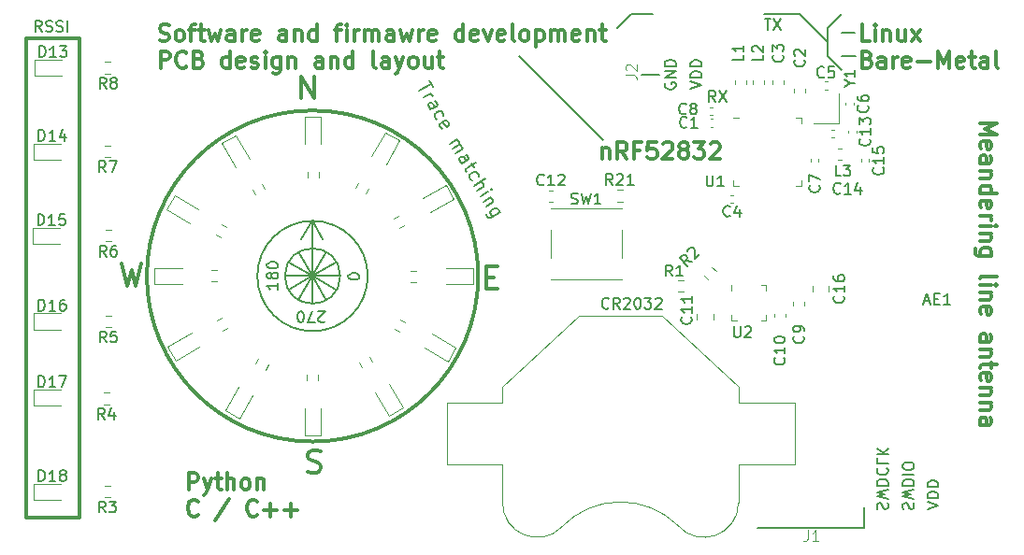
<source format=gbr>
%TF.GenerationSoftware,KiCad,Pcbnew,7.0.6*%
%TF.CreationDate,2024-12-04T01:06:54+01:00*%
%TF.ProjectId,nRF52832_visitcard,6e524635-3238-4333-925f-766973697463,v0.1*%
%TF.SameCoordinates,Original*%
%TF.FileFunction,Legend,Top*%
%TF.FilePolarity,Positive*%
%FSLAX46Y46*%
G04 Gerber Fmt 4.6, Leading zero omitted, Abs format (unit mm)*
G04 Created by KiCad (PCBNEW 7.0.6) date 2024-12-04 01:06:54*
%MOMM*%
%LPD*%
G01*
G04 APERTURE LIST*
%ADD10C,0.150000*%
%ADD11C,0.300000*%
%ADD12C,0.200000*%
%ADD13C,0.100000*%
%ADD14C,0.120000*%
G04 APERTURE END LIST*
D10*
X173990000Y-83820000D02*
X173990000Y-82550000D01*
X146050000Y-85090000D02*
X153670000Y-92710000D01*
X173990000Y-82550000D02*
X175260000Y-81280000D01*
X157149800Y-86766400D02*
X158750000Y-86766400D01*
X173990000Y-83820000D02*
X173990000Y-85090000D01*
X173990000Y-85090000D02*
X175260000Y-86360000D01*
X132358400Y-105025400D02*
G75*
G03*
X132358400Y-105025400I-5000000J0D01*
G01*
X167665400Y-127812800D02*
X177266600Y-127812800D01*
X127358400Y-105025400D02*
X129463800Y-103784400D01*
X171450000Y-81280000D02*
X173990000Y-83820000D01*
X176453800Y-83007200D02*
X175234600Y-83007200D01*
X129858400Y-105025400D02*
G75*
G03*
X129858400Y-105025400I-2500000J0D01*
G01*
X127358400Y-105025400D02*
X125196600Y-106248200D01*
X127358400Y-105025400D02*
X129489200Y-106222800D01*
D11*
X101422200Y-83489800D02*
X106222800Y-83489800D01*
X106222800Y-126923800D01*
X101422200Y-126923800D01*
X101422200Y-83489800D01*
D10*
X127358400Y-105025400D02*
X126111000Y-107162600D01*
X127358400Y-100025400D02*
X126365000Y-101676200D01*
X156210000Y-81280000D02*
X158191200Y-81280000D01*
X127358400Y-105025400D02*
X127358400Y-107525400D01*
X154940000Y-82550000D02*
X156210000Y-81280000D01*
X127358400Y-105025400D02*
X126136400Y-102920800D01*
X127358400Y-100025400D02*
X128244600Y-101676200D01*
X127358400Y-105025400D02*
X128549400Y-102946200D01*
X127358400Y-105025400D02*
X128549400Y-107111800D01*
X127358400Y-105025400D02*
X129858400Y-105025400D01*
X127358400Y-105025400D02*
X124858400Y-105025400D01*
X176530000Y-85090000D02*
X175260000Y-85090000D01*
D11*
X142358400Y-105025400D02*
G75*
G03*
X142358400Y-105025400I-15000000J0D01*
G01*
D10*
X127358400Y-105025400D02*
X125196600Y-103784400D01*
X168198800Y-81280000D02*
X171450000Y-81280000D01*
X177266600Y-127812800D02*
X177266600Y-125958600D01*
X127358400Y-105025400D02*
X127358400Y-100025400D01*
X128549400Y-102946200D02*
X127358400Y-105025400D01*
X163849207Y-89252419D02*
X163515874Y-88776228D01*
X163277779Y-89252419D02*
X163277779Y-88252419D01*
X163277779Y-88252419D02*
X163658731Y-88252419D01*
X163658731Y-88252419D02*
X163753969Y-88300038D01*
X163753969Y-88300038D02*
X163801588Y-88347657D01*
X163801588Y-88347657D02*
X163849207Y-88442895D01*
X163849207Y-88442895D02*
X163849207Y-88585752D01*
X163849207Y-88585752D02*
X163801588Y-88680990D01*
X163801588Y-88680990D02*
X163753969Y-88728609D01*
X163753969Y-88728609D02*
X163658731Y-88776228D01*
X163658731Y-88776228D02*
X163277779Y-88776228D01*
X164182541Y-88252419D02*
X164849207Y-89252419D01*
X164849207Y-88252419D02*
X164182541Y-89252419D01*
D11*
X177798796Y-83745828D02*
X177084510Y-83745828D01*
X177084510Y-83745828D02*
X177084510Y-82245828D01*
X178298796Y-83745828D02*
X178298796Y-82745828D01*
X178298796Y-82245828D02*
X178227368Y-82317257D01*
X178227368Y-82317257D02*
X178298796Y-82388685D01*
X178298796Y-82388685D02*
X178370225Y-82317257D01*
X178370225Y-82317257D02*
X178298796Y-82245828D01*
X178298796Y-82245828D02*
X178298796Y-82388685D01*
X179013082Y-82745828D02*
X179013082Y-83745828D01*
X179013082Y-82888685D02*
X179084511Y-82817257D01*
X179084511Y-82817257D02*
X179227368Y-82745828D01*
X179227368Y-82745828D02*
X179441654Y-82745828D01*
X179441654Y-82745828D02*
X179584511Y-82817257D01*
X179584511Y-82817257D02*
X179655940Y-82960114D01*
X179655940Y-82960114D02*
X179655940Y-83745828D01*
X181013083Y-82745828D02*
X181013083Y-83745828D01*
X180370225Y-82745828D02*
X180370225Y-83531542D01*
X180370225Y-83531542D02*
X180441654Y-83674400D01*
X180441654Y-83674400D02*
X180584511Y-83745828D01*
X180584511Y-83745828D02*
X180798797Y-83745828D01*
X180798797Y-83745828D02*
X180941654Y-83674400D01*
X180941654Y-83674400D02*
X181013083Y-83602971D01*
X181584511Y-83745828D02*
X182370226Y-82745828D01*
X181584511Y-82745828D02*
X182370226Y-83745828D01*
X177584510Y-85375114D02*
X177798796Y-85446542D01*
X177798796Y-85446542D02*
X177870225Y-85517971D01*
X177870225Y-85517971D02*
X177941653Y-85660828D01*
X177941653Y-85660828D02*
X177941653Y-85875114D01*
X177941653Y-85875114D02*
X177870225Y-86017971D01*
X177870225Y-86017971D02*
X177798796Y-86089400D01*
X177798796Y-86089400D02*
X177655939Y-86160828D01*
X177655939Y-86160828D02*
X177084510Y-86160828D01*
X177084510Y-86160828D02*
X177084510Y-84660828D01*
X177084510Y-84660828D02*
X177584510Y-84660828D01*
X177584510Y-84660828D02*
X177727368Y-84732257D01*
X177727368Y-84732257D02*
X177798796Y-84803685D01*
X177798796Y-84803685D02*
X177870225Y-84946542D01*
X177870225Y-84946542D02*
X177870225Y-85089400D01*
X177870225Y-85089400D02*
X177798796Y-85232257D01*
X177798796Y-85232257D02*
X177727368Y-85303685D01*
X177727368Y-85303685D02*
X177584510Y-85375114D01*
X177584510Y-85375114D02*
X177084510Y-85375114D01*
X179227368Y-86160828D02*
X179227368Y-85375114D01*
X179227368Y-85375114D02*
X179155939Y-85232257D01*
X179155939Y-85232257D02*
X179013082Y-85160828D01*
X179013082Y-85160828D02*
X178727368Y-85160828D01*
X178727368Y-85160828D02*
X178584510Y-85232257D01*
X179227368Y-86089400D02*
X179084510Y-86160828D01*
X179084510Y-86160828D02*
X178727368Y-86160828D01*
X178727368Y-86160828D02*
X178584510Y-86089400D01*
X178584510Y-86089400D02*
X178513082Y-85946542D01*
X178513082Y-85946542D02*
X178513082Y-85803685D01*
X178513082Y-85803685D02*
X178584510Y-85660828D01*
X178584510Y-85660828D02*
X178727368Y-85589400D01*
X178727368Y-85589400D02*
X179084510Y-85589400D01*
X179084510Y-85589400D02*
X179227368Y-85517971D01*
X179941653Y-86160828D02*
X179941653Y-85160828D01*
X179941653Y-85446542D02*
X180013082Y-85303685D01*
X180013082Y-85303685D02*
X180084511Y-85232257D01*
X180084511Y-85232257D02*
X180227368Y-85160828D01*
X180227368Y-85160828D02*
X180370225Y-85160828D01*
X181441653Y-86089400D02*
X181298796Y-86160828D01*
X181298796Y-86160828D02*
X181013082Y-86160828D01*
X181013082Y-86160828D02*
X180870224Y-86089400D01*
X180870224Y-86089400D02*
X180798796Y-85946542D01*
X180798796Y-85946542D02*
X180798796Y-85375114D01*
X180798796Y-85375114D02*
X180870224Y-85232257D01*
X180870224Y-85232257D02*
X181013082Y-85160828D01*
X181013082Y-85160828D02*
X181298796Y-85160828D01*
X181298796Y-85160828D02*
X181441653Y-85232257D01*
X181441653Y-85232257D02*
X181513082Y-85375114D01*
X181513082Y-85375114D02*
X181513082Y-85517971D01*
X181513082Y-85517971D02*
X180798796Y-85660828D01*
X182155938Y-85589400D02*
X183298796Y-85589400D01*
X184013081Y-86160828D02*
X184013081Y-84660828D01*
X184013081Y-84660828D02*
X184513081Y-85732257D01*
X184513081Y-85732257D02*
X185013081Y-84660828D01*
X185013081Y-84660828D02*
X185013081Y-86160828D01*
X186298796Y-86089400D02*
X186155939Y-86160828D01*
X186155939Y-86160828D02*
X185870225Y-86160828D01*
X185870225Y-86160828D02*
X185727367Y-86089400D01*
X185727367Y-86089400D02*
X185655939Y-85946542D01*
X185655939Y-85946542D02*
X185655939Y-85375114D01*
X185655939Y-85375114D02*
X185727367Y-85232257D01*
X185727367Y-85232257D02*
X185870225Y-85160828D01*
X185870225Y-85160828D02*
X186155939Y-85160828D01*
X186155939Y-85160828D02*
X186298796Y-85232257D01*
X186298796Y-85232257D02*
X186370225Y-85375114D01*
X186370225Y-85375114D02*
X186370225Y-85517971D01*
X186370225Y-85517971D02*
X185655939Y-85660828D01*
X186798796Y-85160828D02*
X187370224Y-85160828D01*
X187013081Y-84660828D02*
X187013081Y-85946542D01*
X187013081Y-85946542D02*
X187084510Y-86089400D01*
X187084510Y-86089400D02*
X187227367Y-86160828D01*
X187227367Y-86160828D02*
X187370224Y-86160828D01*
X188513082Y-86160828D02*
X188513082Y-85375114D01*
X188513082Y-85375114D02*
X188441653Y-85232257D01*
X188441653Y-85232257D02*
X188298796Y-85160828D01*
X188298796Y-85160828D02*
X188013082Y-85160828D01*
X188013082Y-85160828D02*
X187870224Y-85232257D01*
X188513082Y-86089400D02*
X188370224Y-86160828D01*
X188370224Y-86160828D02*
X188013082Y-86160828D01*
X188013082Y-86160828D02*
X187870224Y-86089400D01*
X187870224Y-86089400D02*
X187798796Y-85946542D01*
X187798796Y-85946542D02*
X187798796Y-85803685D01*
X187798796Y-85803685D02*
X187870224Y-85660828D01*
X187870224Y-85660828D02*
X188013082Y-85589400D01*
X188013082Y-85589400D02*
X188370224Y-85589400D01*
X188370224Y-85589400D02*
X188513082Y-85517971D01*
X189441653Y-86160828D02*
X189298796Y-86089400D01*
X189298796Y-86089400D02*
X189227367Y-85946542D01*
X189227367Y-85946542D02*
X189227367Y-84660828D01*
D10*
X124228219Y-105667011D02*
X124228219Y-106238439D01*
X124228219Y-105952725D02*
X123228219Y-105952725D01*
X123228219Y-105952725D02*
X123371076Y-106047963D01*
X123371076Y-106047963D02*
X123466314Y-106143201D01*
X123466314Y-106143201D02*
X123513933Y-106238439D01*
X123656790Y-105095582D02*
X123609171Y-105190820D01*
X123609171Y-105190820D02*
X123561552Y-105238439D01*
X123561552Y-105238439D02*
X123466314Y-105286058D01*
X123466314Y-105286058D02*
X123418695Y-105286058D01*
X123418695Y-105286058D02*
X123323457Y-105238439D01*
X123323457Y-105238439D02*
X123275838Y-105190820D01*
X123275838Y-105190820D02*
X123228219Y-105095582D01*
X123228219Y-105095582D02*
X123228219Y-104905106D01*
X123228219Y-104905106D02*
X123275838Y-104809868D01*
X123275838Y-104809868D02*
X123323457Y-104762249D01*
X123323457Y-104762249D02*
X123418695Y-104714630D01*
X123418695Y-104714630D02*
X123466314Y-104714630D01*
X123466314Y-104714630D02*
X123561552Y-104762249D01*
X123561552Y-104762249D02*
X123609171Y-104809868D01*
X123609171Y-104809868D02*
X123656790Y-104905106D01*
X123656790Y-104905106D02*
X123656790Y-105095582D01*
X123656790Y-105095582D02*
X123704409Y-105190820D01*
X123704409Y-105190820D02*
X123752028Y-105238439D01*
X123752028Y-105238439D02*
X123847266Y-105286058D01*
X123847266Y-105286058D02*
X124037742Y-105286058D01*
X124037742Y-105286058D02*
X124132980Y-105238439D01*
X124132980Y-105238439D02*
X124180600Y-105190820D01*
X124180600Y-105190820D02*
X124228219Y-105095582D01*
X124228219Y-105095582D02*
X124228219Y-104905106D01*
X124228219Y-104905106D02*
X124180600Y-104809868D01*
X124180600Y-104809868D02*
X124132980Y-104762249D01*
X124132980Y-104762249D02*
X124037742Y-104714630D01*
X124037742Y-104714630D02*
X123847266Y-104714630D01*
X123847266Y-104714630D02*
X123752028Y-104762249D01*
X123752028Y-104762249D02*
X123704409Y-104809868D01*
X123704409Y-104809868D02*
X123656790Y-104905106D01*
X123228219Y-104095582D02*
X123228219Y-104000344D01*
X123228219Y-104000344D02*
X123275838Y-103905106D01*
X123275838Y-103905106D02*
X123323457Y-103857487D01*
X123323457Y-103857487D02*
X123418695Y-103809868D01*
X123418695Y-103809868D02*
X123609171Y-103762249D01*
X123609171Y-103762249D02*
X123847266Y-103762249D01*
X123847266Y-103762249D02*
X124037742Y-103809868D01*
X124037742Y-103809868D02*
X124132980Y-103857487D01*
X124132980Y-103857487D02*
X124180600Y-103905106D01*
X124180600Y-103905106D02*
X124228219Y-104000344D01*
X124228219Y-104000344D02*
X124228219Y-104095582D01*
X124228219Y-104095582D02*
X124180600Y-104190820D01*
X124180600Y-104190820D02*
X124132980Y-104238439D01*
X124132980Y-104238439D02*
X124037742Y-104286058D01*
X124037742Y-104286058D02*
X123847266Y-104333677D01*
X123847266Y-104333677D02*
X123609171Y-104333677D01*
X123609171Y-104333677D02*
X123418695Y-104286058D01*
X123418695Y-104286058D02*
X123323457Y-104238439D01*
X123323457Y-104238439D02*
X123275838Y-104190820D01*
X123275838Y-104190820D02*
X123228219Y-104095582D01*
D12*
X137899551Y-87316695D02*
X138242408Y-87910541D01*
X137031749Y-88213618D02*
X138070979Y-87613618D01*
X137403177Y-88856952D02*
X138095998Y-88456952D01*
X137898049Y-88571237D02*
X138025595Y-88563582D01*
X138025595Y-88563582D02*
X138103653Y-88584497D01*
X138103653Y-88584497D02*
X138210283Y-88654900D01*
X138210283Y-88654900D02*
X138267426Y-88753875D01*
X138031749Y-89945669D02*
X138576108Y-89631383D01*
X138576108Y-89631383D02*
X138646510Y-89524753D01*
X138646510Y-89524753D02*
X138638855Y-89397208D01*
X138638855Y-89397208D02*
X138524569Y-89199259D01*
X138524569Y-89199259D02*
X138417939Y-89128856D01*
X138081236Y-89917098D02*
X137974606Y-89846695D01*
X137974606Y-89846695D02*
X137831749Y-89599259D01*
X137831749Y-89599259D02*
X137824093Y-89471713D01*
X137824093Y-89471713D02*
X137894496Y-89365083D01*
X137894496Y-89365083D02*
X137993470Y-89307940D01*
X137993470Y-89307940D02*
X138121016Y-89300285D01*
X138121016Y-89300285D02*
X138227646Y-89370687D01*
X138227646Y-89370687D02*
X138370503Y-89618123D01*
X138370503Y-89618123D02*
X138477133Y-89688526D01*
X138624093Y-90857354D02*
X138517463Y-90786951D01*
X138517463Y-90786951D02*
X138403177Y-90589002D01*
X138403177Y-90589002D02*
X138395521Y-90461456D01*
X138395521Y-90461456D02*
X138416437Y-90383398D01*
X138416437Y-90383398D02*
X138486840Y-90276768D01*
X138486840Y-90276768D02*
X138783763Y-90105339D01*
X138783763Y-90105339D02*
X138911309Y-90097683D01*
X138911309Y-90097683D02*
X138989367Y-90118599D01*
X138989367Y-90118599D02*
X139095997Y-90189002D01*
X139095997Y-90189002D02*
X139210283Y-90386951D01*
X139210283Y-90386951D02*
X139217939Y-90514496D01*
X139109807Y-91698635D02*
X139003177Y-91628232D01*
X139003177Y-91628232D02*
X138888891Y-91430283D01*
X138888891Y-91430283D02*
X138881235Y-91302738D01*
X138881235Y-91302738D02*
X138951638Y-91196108D01*
X138951638Y-91196108D02*
X139347536Y-90967536D01*
X139347536Y-90967536D02*
X139475081Y-90959881D01*
X139475081Y-90959881D02*
X139581712Y-91030283D01*
X139581712Y-91030283D02*
X139695997Y-91228232D01*
X139695997Y-91228232D02*
X139703653Y-91355778D01*
X139703653Y-91355778D02*
X139633250Y-91462408D01*
X139633250Y-91462408D02*
X139534276Y-91519551D01*
X139534276Y-91519551D02*
X139149587Y-91081822D01*
X139803177Y-93013873D02*
X140495997Y-92613873D01*
X140397023Y-92671015D02*
X140475081Y-92691931D01*
X140475081Y-92691931D02*
X140581711Y-92762334D01*
X140581711Y-92762334D02*
X140667426Y-92910796D01*
X140667426Y-92910796D02*
X140675081Y-93038341D01*
X140675081Y-93038341D02*
X140604679Y-93144971D01*
X140604679Y-93144971D02*
X140060320Y-93459257D01*
X140604679Y-93144971D02*
X140732224Y-93137316D01*
X140732224Y-93137316D02*
X140838854Y-93207719D01*
X140838854Y-93207719D02*
X140924569Y-93356180D01*
X140924569Y-93356180D02*
X140932224Y-93483726D01*
X140932224Y-93483726D02*
X140861821Y-93590356D01*
X140861821Y-93590356D02*
X140317463Y-93904642D01*
X140860320Y-94844898D02*
X141404679Y-94530612D01*
X141404679Y-94530612D02*
X141475081Y-94423982D01*
X141475081Y-94423982D02*
X141467426Y-94296436D01*
X141467426Y-94296436D02*
X141353140Y-94098488D01*
X141353140Y-94098488D02*
X141246510Y-94028085D01*
X140909807Y-94816326D02*
X140803177Y-94745923D01*
X140803177Y-94745923D02*
X140660320Y-94498488D01*
X140660320Y-94498488D02*
X140652664Y-94370942D01*
X140652664Y-94370942D02*
X140723067Y-94264312D01*
X140723067Y-94264312D02*
X140822041Y-94207169D01*
X140822041Y-94207169D02*
X140949587Y-94199513D01*
X140949587Y-94199513D02*
X141056217Y-94269916D01*
X141056217Y-94269916D02*
X141199074Y-94517352D01*
X141199074Y-94517352D02*
X141305704Y-94587755D01*
X141753140Y-94791308D02*
X141981711Y-95187205D01*
X142185264Y-94739769D02*
X141294495Y-95254055D01*
X141294495Y-95254055D02*
X141224092Y-95360685D01*
X141224092Y-95360685D02*
X141231748Y-95488231D01*
X141231748Y-95488231D02*
X141288891Y-95587205D01*
X141795521Y-96350428D02*
X141688891Y-96280025D01*
X141688891Y-96280025D02*
X141574605Y-96082076D01*
X141574605Y-96082076D02*
X141566949Y-95954531D01*
X141566949Y-95954531D02*
X141587865Y-95876472D01*
X141587865Y-95876472D02*
X141658268Y-95769842D01*
X141658268Y-95769842D02*
X141955191Y-95598413D01*
X141955191Y-95598413D02*
X142082737Y-95590758D01*
X142082737Y-95590758D02*
X142160795Y-95611674D01*
X142160795Y-95611674D02*
X142267425Y-95682076D01*
X142267425Y-95682076D02*
X142381711Y-95880025D01*
X142381711Y-95880025D02*
X142389367Y-96007571D01*
X142003176Y-96824384D02*
X143042407Y-96224384D01*
X142260319Y-97269768D02*
X142804678Y-96955482D01*
X142804678Y-96955482D02*
X142875081Y-96848852D01*
X142875081Y-96848852D02*
X142867425Y-96721307D01*
X142867425Y-96721307D02*
X142781711Y-96572845D01*
X142781711Y-96572845D02*
X142675081Y-96502442D01*
X142675081Y-96502442D02*
X142597022Y-96481526D01*
X142546033Y-97764639D02*
X143238854Y-97364639D01*
X143585264Y-97164639D02*
X143507205Y-97143724D01*
X143507205Y-97143724D02*
X143486289Y-97221782D01*
X143486289Y-97221782D02*
X143564348Y-97242698D01*
X143564348Y-97242698D02*
X143585264Y-97164639D01*
X143585264Y-97164639D02*
X143486289Y-97221782D01*
X143524568Y-97859511D02*
X142831748Y-98259511D01*
X143425594Y-97916654D02*
X143503652Y-97937570D01*
X143503652Y-97937570D02*
X143610282Y-98007973D01*
X143610282Y-98007973D02*
X143695997Y-98156434D01*
X143695997Y-98156434D02*
X143703652Y-98283980D01*
X143703652Y-98283980D02*
X143633250Y-98390610D01*
X143633250Y-98390610D02*
X143088891Y-98704896D01*
X144324568Y-99245152D02*
X143483286Y-99730866D01*
X143483286Y-99730866D02*
X143355740Y-99738522D01*
X143355740Y-99738522D02*
X143277682Y-99717606D01*
X143277682Y-99717606D02*
X143171052Y-99647203D01*
X143171052Y-99647203D02*
X143085338Y-99498742D01*
X143085338Y-99498742D02*
X143077682Y-99371196D01*
X143681235Y-99616580D02*
X143574605Y-99546178D01*
X143574605Y-99546178D02*
X143460319Y-99348229D01*
X143460319Y-99348229D02*
X143452663Y-99220683D01*
X143452663Y-99220683D02*
X143473579Y-99142625D01*
X143473579Y-99142625D02*
X143543982Y-99035994D01*
X143543982Y-99035994D02*
X143840905Y-98864566D01*
X143840905Y-98864566D02*
X143968451Y-98856910D01*
X143968451Y-98856910D02*
X144046509Y-98877826D01*
X144046509Y-98877826D02*
X144153139Y-98948229D01*
X144153139Y-98948229D02*
X144267425Y-99146178D01*
X144267425Y-99146178D02*
X144275081Y-99273723D01*
D10*
X183019819Y-126145677D02*
X184019819Y-125812344D01*
X184019819Y-125812344D02*
X183019819Y-125479011D01*
X184019819Y-125145677D02*
X183019819Y-125145677D01*
X183019819Y-125145677D02*
X183019819Y-124907582D01*
X183019819Y-124907582D02*
X183067438Y-124764725D01*
X183067438Y-124764725D02*
X183162676Y-124669487D01*
X183162676Y-124669487D02*
X183257914Y-124621868D01*
X183257914Y-124621868D02*
X183448390Y-124574249D01*
X183448390Y-124574249D02*
X183591247Y-124574249D01*
X183591247Y-124574249D02*
X183781723Y-124621868D01*
X183781723Y-124621868D02*
X183876961Y-124669487D01*
X183876961Y-124669487D02*
X183972200Y-124764725D01*
X183972200Y-124764725D02*
X184019819Y-124907582D01*
X184019819Y-124907582D02*
X184019819Y-125145677D01*
X184019819Y-124145677D02*
X183019819Y-124145677D01*
X183019819Y-124145677D02*
X183019819Y-123907582D01*
X183019819Y-123907582D02*
X183067438Y-123764725D01*
X183067438Y-123764725D02*
X183162676Y-123669487D01*
X183162676Y-123669487D02*
X183257914Y-123621868D01*
X183257914Y-123621868D02*
X183448390Y-123574249D01*
X183448390Y-123574249D02*
X183591247Y-123574249D01*
X183591247Y-123574249D02*
X183781723Y-123621868D01*
X183781723Y-123621868D02*
X183876961Y-123669487D01*
X183876961Y-123669487D02*
X183972200Y-123764725D01*
X183972200Y-123764725D02*
X184019819Y-123907582D01*
X184019819Y-123907582D02*
X184019819Y-124145677D01*
X159293038Y-87531411D02*
X159245419Y-87626649D01*
X159245419Y-87626649D02*
X159245419Y-87769506D01*
X159245419Y-87769506D02*
X159293038Y-87912363D01*
X159293038Y-87912363D02*
X159388276Y-88007601D01*
X159388276Y-88007601D02*
X159483514Y-88055220D01*
X159483514Y-88055220D02*
X159673990Y-88102839D01*
X159673990Y-88102839D02*
X159816847Y-88102839D01*
X159816847Y-88102839D02*
X160007323Y-88055220D01*
X160007323Y-88055220D02*
X160102561Y-88007601D01*
X160102561Y-88007601D02*
X160197800Y-87912363D01*
X160197800Y-87912363D02*
X160245419Y-87769506D01*
X160245419Y-87769506D02*
X160245419Y-87674268D01*
X160245419Y-87674268D02*
X160197800Y-87531411D01*
X160197800Y-87531411D02*
X160150180Y-87483792D01*
X160150180Y-87483792D02*
X159816847Y-87483792D01*
X159816847Y-87483792D02*
X159816847Y-87674268D01*
X160245419Y-87055220D02*
X159245419Y-87055220D01*
X159245419Y-87055220D02*
X160245419Y-86483792D01*
X160245419Y-86483792D02*
X159245419Y-86483792D01*
X160245419Y-86007601D02*
X159245419Y-86007601D01*
X159245419Y-86007601D02*
X159245419Y-85769506D01*
X159245419Y-85769506D02*
X159293038Y-85626649D01*
X159293038Y-85626649D02*
X159388276Y-85531411D01*
X159388276Y-85531411D02*
X159483514Y-85483792D01*
X159483514Y-85483792D02*
X159673990Y-85436173D01*
X159673990Y-85436173D02*
X159816847Y-85436173D01*
X159816847Y-85436173D02*
X160007323Y-85483792D01*
X160007323Y-85483792D02*
X160102561Y-85531411D01*
X160102561Y-85531411D02*
X160197800Y-85626649D01*
X160197800Y-85626649D02*
X160245419Y-85769506D01*
X160245419Y-85769506D02*
X160245419Y-86007601D01*
D11*
X116124510Y-124385828D02*
X116124510Y-122885828D01*
X116124510Y-122885828D02*
X116695939Y-122885828D01*
X116695939Y-122885828D02*
X116838796Y-122957257D01*
X116838796Y-122957257D02*
X116910225Y-123028685D01*
X116910225Y-123028685D02*
X116981653Y-123171542D01*
X116981653Y-123171542D02*
X116981653Y-123385828D01*
X116981653Y-123385828D02*
X116910225Y-123528685D01*
X116910225Y-123528685D02*
X116838796Y-123600114D01*
X116838796Y-123600114D02*
X116695939Y-123671542D01*
X116695939Y-123671542D02*
X116124510Y-123671542D01*
X117481653Y-123385828D02*
X117838796Y-124385828D01*
X118195939Y-123385828D02*
X117838796Y-124385828D01*
X117838796Y-124385828D02*
X117695939Y-124742971D01*
X117695939Y-124742971D02*
X117624510Y-124814400D01*
X117624510Y-124814400D02*
X117481653Y-124885828D01*
X118553082Y-123385828D02*
X119124510Y-123385828D01*
X118767367Y-122885828D02*
X118767367Y-124171542D01*
X118767367Y-124171542D02*
X118838796Y-124314400D01*
X118838796Y-124314400D02*
X118981653Y-124385828D01*
X118981653Y-124385828D02*
X119124510Y-124385828D01*
X119624510Y-124385828D02*
X119624510Y-122885828D01*
X120267368Y-124385828D02*
X120267368Y-123600114D01*
X120267368Y-123600114D02*
X120195939Y-123457257D01*
X120195939Y-123457257D02*
X120053082Y-123385828D01*
X120053082Y-123385828D02*
X119838796Y-123385828D01*
X119838796Y-123385828D02*
X119695939Y-123457257D01*
X119695939Y-123457257D02*
X119624510Y-123528685D01*
X121195939Y-124385828D02*
X121053082Y-124314400D01*
X121053082Y-124314400D02*
X120981653Y-124242971D01*
X120981653Y-124242971D02*
X120910225Y-124100114D01*
X120910225Y-124100114D02*
X120910225Y-123671542D01*
X120910225Y-123671542D02*
X120981653Y-123528685D01*
X120981653Y-123528685D02*
X121053082Y-123457257D01*
X121053082Y-123457257D02*
X121195939Y-123385828D01*
X121195939Y-123385828D02*
X121410225Y-123385828D01*
X121410225Y-123385828D02*
X121553082Y-123457257D01*
X121553082Y-123457257D02*
X121624511Y-123528685D01*
X121624511Y-123528685D02*
X121695939Y-123671542D01*
X121695939Y-123671542D02*
X121695939Y-124100114D01*
X121695939Y-124100114D02*
X121624511Y-124242971D01*
X121624511Y-124242971D02*
X121553082Y-124314400D01*
X121553082Y-124314400D02*
X121410225Y-124385828D01*
X121410225Y-124385828D02*
X121195939Y-124385828D01*
X122338796Y-123385828D02*
X122338796Y-124385828D01*
X122338796Y-123528685D02*
X122410225Y-123457257D01*
X122410225Y-123457257D02*
X122553082Y-123385828D01*
X122553082Y-123385828D02*
X122767368Y-123385828D01*
X122767368Y-123385828D02*
X122910225Y-123457257D01*
X122910225Y-123457257D02*
X122981654Y-123600114D01*
X122981654Y-123600114D02*
X122981654Y-124385828D01*
X116981653Y-126657971D02*
X116910225Y-126729400D01*
X116910225Y-126729400D02*
X116695939Y-126800828D01*
X116695939Y-126800828D02*
X116553082Y-126800828D01*
X116553082Y-126800828D02*
X116338796Y-126729400D01*
X116338796Y-126729400D02*
X116195939Y-126586542D01*
X116195939Y-126586542D02*
X116124510Y-126443685D01*
X116124510Y-126443685D02*
X116053082Y-126157971D01*
X116053082Y-126157971D02*
X116053082Y-125943685D01*
X116053082Y-125943685D02*
X116124510Y-125657971D01*
X116124510Y-125657971D02*
X116195939Y-125515114D01*
X116195939Y-125515114D02*
X116338796Y-125372257D01*
X116338796Y-125372257D02*
X116553082Y-125300828D01*
X116553082Y-125300828D02*
X116695939Y-125300828D01*
X116695939Y-125300828D02*
X116910225Y-125372257D01*
X116910225Y-125372257D02*
X116981653Y-125443685D01*
X119838796Y-125229400D02*
X118553082Y-127157971D01*
X122338796Y-126657971D02*
X122267368Y-126729400D01*
X122267368Y-126729400D02*
X122053082Y-126800828D01*
X122053082Y-126800828D02*
X121910225Y-126800828D01*
X121910225Y-126800828D02*
X121695939Y-126729400D01*
X121695939Y-126729400D02*
X121553082Y-126586542D01*
X121553082Y-126586542D02*
X121481653Y-126443685D01*
X121481653Y-126443685D02*
X121410225Y-126157971D01*
X121410225Y-126157971D02*
X121410225Y-125943685D01*
X121410225Y-125943685D02*
X121481653Y-125657971D01*
X121481653Y-125657971D02*
X121553082Y-125515114D01*
X121553082Y-125515114D02*
X121695939Y-125372257D01*
X121695939Y-125372257D02*
X121910225Y-125300828D01*
X121910225Y-125300828D02*
X122053082Y-125300828D01*
X122053082Y-125300828D02*
X122267368Y-125372257D01*
X122267368Y-125372257D02*
X122338796Y-125443685D01*
X122981653Y-126229400D02*
X124124511Y-126229400D01*
X123553082Y-126800828D02*
X123553082Y-125657971D01*
X124838796Y-126229400D02*
X125981654Y-126229400D01*
X125410225Y-126800828D02*
X125410225Y-125657971D01*
D10*
X128463439Y-109111942D02*
X128415820Y-109159561D01*
X128415820Y-109159561D02*
X128320582Y-109207180D01*
X128320582Y-109207180D02*
X128082487Y-109207180D01*
X128082487Y-109207180D02*
X127987249Y-109159561D01*
X127987249Y-109159561D02*
X127939630Y-109111942D01*
X127939630Y-109111942D02*
X127892011Y-109016704D01*
X127892011Y-109016704D02*
X127892011Y-108921466D01*
X127892011Y-108921466D02*
X127939630Y-108778609D01*
X127939630Y-108778609D02*
X128511058Y-108207180D01*
X128511058Y-108207180D02*
X127892011Y-108207180D01*
X127558677Y-109207180D02*
X126892011Y-109207180D01*
X126892011Y-109207180D02*
X127320582Y-108207180D01*
X126320582Y-109207180D02*
X126225344Y-109207180D01*
X126225344Y-109207180D02*
X126130106Y-109159561D01*
X126130106Y-109159561D02*
X126082487Y-109111942D01*
X126082487Y-109111942D02*
X126034868Y-109016704D01*
X126034868Y-109016704D02*
X125987249Y-108826228D01*
X125987249Y-108826228D02*
X125987249Y-108588133D01*
X125987249Y-108588133D02*
X126034868Y-108397657D01*
X126034868Y-108397657D02*
X126082487Y-108302419D01*
X126082487Y-108302419D02*
X126130106Y-108254800D01*
X126130106Y-108254800D02*
X126225344Y-108207180D01*
X126225344Y-108207180D02*
X126320582Y-108207180D01*
X126320582Y-108207180D02*
X126415820Y-108254800D01*
X126415820Y-108254800D02*
X126463439Y-108302419D01*
X126463439Y-108302419D02*
X126511058Y-108397657D01*
X126511058Y-108397657D02*
X126558677Y-108588133D01*
X126558677Y-108588133D02*
X126558677Y-108826228D01*
X126558677Y-108826228D02*
X126511058Y-109016704D01*
X126511058Y-109016704D02*
X126463439Y-109111942D01*
X126463439Y-109111942D02*
X126415820Y-109159561D01*
X126415820Y-109159561D02*
X126320582Y-109207180D01*
X102838407Y-82877019D02*
X102505074Y-82400828D01*
X102266979Y-82877019D02*
X102266979Y-81877019D01*
X102266979Y-81877019D02*
X102647931Y-81877019D01*
X102647931Y-81877019D02*
X102743169Y-81924638D01*
X102743169Y-81924638D02*
X102790788Y-81972257D01*
X102790788Y-81972257D02*
X102838407Y-82067495D01*
X102838407Y-82067495D02*
X102838407Y-82210352D01*
X102838407Y-82210352D02*
X102790788Y-82305590D01*
X102790788Y-82305590D02*
X102743169Y-82353209D01*
X102743169Y-82353209D02*
X102647931Y-82400828D01*
X102647931Y-82400828D02*
X102266979Y-82400828D01*
X103219360Y-82829400D02*
X103362217Y-82877019D01*
X103362217Y-82877019D02*
X103600312Y-82877019D01*
X103600312Y-82877019D02*
X103695550Y-82829400D01*
X103695550Y-82829400D02*
X103743169Y-82781780D01*
X103743169Y-82781780D02*
X103790788Y-82686542D01*
X103790788Y-82686542D02*
X103790788Y-82591304D01*
X103790788Y-82591304D02*
X103743169Y-82496066D01*
X103743169Y-82496066D02*
X103695550Y-82448447D01*
X103695550Y-82448447D02*
X103600312Y-82400828D01*
X103600312Y-82400828D02*
X103409836Y-82353209D01*
X103409836Y-82353209D02*
X103314598Y-82305590D01*
X103314598Y-82305590D02*
X103266979Y-82257971D01*
X103266979Y-82257971D02*
X103219360Y-82162733D01*
X103219360Y-82162733D02*
X103219360Y-82067495D01*
X103219360Y-82067495D02*
X103266979Y-81972257D01*
X103266979Y-81972257D02*
X103314598Y-81924638D01*
X103314598Y-81924638D02*
X103409836Y-81877019D01*
X103409836Y-81877019D02*
X103647931Y-81877019D01*
X103647931Y-81877019D02*
X103790788Y-81924638D01*
X104171741Y-82829400D02*
X104314598Y-82877019D01*
X104314598Y-82877019D02*
X104552693Y-82877019D01*
X104552693Y-82877019D02*
X104647931Y-82829400D01*
X104647931Y-82829400D02*
X104695550Y-82781780D01*
X104695550Y-82781780D02*
X104743169Y-82686542D01*
X104743169Y-82686542D02*
X104743169Y-82591304D01*
X104743169Y-82591304D02*
X104695550Y-82496066D01*
X104695550Y-82496066D02*
X104647931Y-82448447D01*
X104647931Y-82448447D02*
X104552693Y-82400828D01*
X104552693Y-82400828D02*
X104362217Y-82353209D01*
X104362217Y-82353209D02*
X104266979Y-82305590D01*
X104266979Y-82305590D02*
X104219360Y-82257971D01*
X104219360Y-82257971D02*
X104171741Y-82162733D01*
X104171741Y-82162733D02*
X104171741Y-82067495D01*
X104171741Y-82067495D02*
X104219360Y-81972257D01*
X104219360Y-81972257D02*
X104266979Y-81924638D01*
X104266979Y-81924638D02*
X104362217Y-81877019D01*
X104362217Y-81877019D02*
X104600312Y-81877019D01*
X104600312Y-81877019D02*
X104743169Y-81924638D01*
X105171741Y-82877019D02*
X105171741Y-81877019D01*
D11*
X126943320Y-122732800D02*
X127229034Y-122828038D01*
X127229034Y-122828038D02*
X127705225Y-122828038D01*
X127705225Y-122828038D02*
X127895701Y-122732800D01*
X127895701Y-122732800D02*
X127990939Y-122637561D01*
X127990939Y-122637561D02*
X128086177Y-122447085D01*
X128086177Y-122447085D02*
X128086177Y-122256609D01*
X128086177Y-122256609D02*
X127990939Y-122066133D01*
X127990939Y-122066133D02*
X127895701Y-121970895D01*
X127895701Y-121970895D02*
X127705225Y-121875657D01*
X127705225Y-121875657D02*
X127324272Y-121780419D01*
X127324272Y-121780419D02*
X127133796Y-121685180D01*
X127133796Y-121685180D02*
X127038558Y-121589942D01*
X127038558Y-121589942D02*
X126943320Y-121399466D01*
X126943320Y-121399466D02*
X126943320Y-121208990D01*
X126943320Y-121208990D02*
X127038558Y-121018514D01*
X127038558Y-121018514D02*
X127133796Y-120923276D01*
X127133796Y-120923276D02*
X127324272Y-120828038D01*
X127324272Y-120828038D02*
X127800463Y-120828038D01*
X127800463Y-120828038D02*
X128086177Y-120923276D01*
D10*
X130594219Y-105111344D02*
X130594219Y-105016106D01*
X130594219Y-105016106D02*
X130641838Y-104920868D01*
X130641838Y-104920868D02*
X130689457Y-104873249D01*
X130689457Y-104873249D02*
X130784695Y-104825630D01*
X130784695Y-104825630D02*
X130975171Y-104778011D01*
X130975171Y-104778011D02*
X131213266Y-104778011D01*
X131213266Y-104778011D02*
X131403742Y-104825630D01*
X131403742Y-104825630D02*
X131498980Y-104873249D01*
X131498980Y-104873249D02*
X131546600Y-104920868D01*
X131546600Y-104920868D02*
X131594219Y-105016106D01*
X131594219Y-105016106D02*
X131594219Y-105111344D01*
X131594219Y-105111344D02*
X131546600Y-105206582D01*
X131546600Y-105206582D02*
X131498980Y-105254201D01*
X131498980Y-105254201D02*
X131403742Y-105301820D01*
X131403742Y-105301820D02*
X131213266Y-105349439D01*
X131213266Y-105349439D02*
X130975171Y-105349439D01*
X130975171Y-105349439D02*
X130784695Y-105301820D01*
X130784695Y-105301820D02*
X130689457Y-105254201D01*
X130689457Y-105254201D02*
X130641838Y-105206582D01*
X130641838Y-105206582D02*
X130594219Y-105111344D01*
D11*
X126352758Y-88944438D02*
X126352758Y-86944438D01*
X126352758Y-86944438D02*
X127495615Y-88944438D01*
X127495615Y-88944438D02*
X127495615Y-86944438D01*
D10*
X154171807Y-107902380D02*
X154124188Y-107950000D01*
X154124188Y-107950000D02*
X153981331Y-107997619D01*
X153981331Y-107997619D02*
X153886093Y-107997619D01*
X153886093Y-107997619D02*
X153743236Y-107950000D01*
X153743236Y-107950000D02*
X153647998Y-107854761D01*
X153647998Y-107854761D02*
X153600379Y-107759523D01*
X153600379Y-107759523D02*
X153552760Y-107569047D01*
X153552760Y-107569047D02*
X153552760Y-107426190D01*
X153552760Y-107426190D02*
X153600379Y-107235714D01*
X153600379Y-107235714D02*
X153647998Y-107140476D01*
X153647998Y-107140476D02*
X153743236Y-107045238D01*
X153743236Y-107045238D02*
X153886093Y-106997619D01*
X153886093Y-106997619D02*
X153981331Y-106997619D01*
X153981331Y-106997619D02*
X154124188Y-107045238D01*
X154124188Y-107045238D02*
X154171807Y-107092857D01*
X155171807Y-107997619D02*
X154838474Y-107521428D01*
X154600379Y-107997619D02*
X154600379Y-106997619D01*
X154600379Y-106997619D02*
X154981331Y-106997619D01*
X154981331Y-106997619D02*
X155076569Y-107045238D01*
X155076569Y-107045238D02*
X155124188Y-107092857D01*
X155124188Y-107092857D02*
X155171807Y-107188095D01*
X155171807Y-107188095D02*
X155171807Y-107330952D01*
X155171807Y-107330952D02*
X155124188Y-107426190D01*
X155124188Y-107426190D02*
X155076569Y-107473809D01*
X155076569Y-107473809D02*
X154981331Y-107521428D01*
X154981331Y-107521428D02*
X154600379Y-107521428D01*
X155552760Y-107092857D02*
X155600379Y-107045238D01*
X155600379Y-107045238D02*
X155695617Y-106997619D01*
X155695617Y-106997619D02*
X155933712Y-106997619D01*
X155933712Y-106997619D02*
X156028950Y-107045238D01*
X156028950Y-107045238D02*
X156076569Y-107092857D01*
X156076569Y-107092857D02*
X156124188Y-107188095D01*
X156124188Y-107188095D02*
X156124188Y-107283333D01*
X156124188Y-107283333D02*
X156076569Y-107426190D01*
X156076569Y-107426190D02*
X155505141Y-107997619D01*
X155505141Y-107997619D02*
X156124188Y-107997619D01*
X156743236Y-106997619D02*
X156838474Y-106997619D01*
X156838474Y-106997619D02*
X156933712Y-107045238D01*
X156933712Y-107045238D02*
X156981331Y-107092857D01*
X156981331Y-107092857D02*
X157028950Y-107188095D01*
X157028950Y-107188095D02*
X157076569Y-107378571D01*
X157076569Y-107378571D02*
X157076569Y-107616666D01*
X157076569Y-107616666D02*
X157028950Y-107807142D01*
X157028950Y-107807142D02*
X156981331Y-107902380D01*
X156981331Y-107902380D02*
X156933712Y-107950000D01*
X156933712Y-107950000D02*
X156838474Y-107997619D01*
X156838474Y-107997619D02*
X156743236Y-107997619D01*
X156743236Y-107997619D02*
X156647998Y-107950000D01*
X156647998Y-107950000D02*
X156600379Y-107902380D01*
X156600379Y-107902380D02*
X156552760Y-107807142D01*
X156552760Y-107807142D02*
X156505141Y-107616666D01*
X156505141Y-107616666D02*
X156505141Y-107378571D01*
X156505141Y-107378571D02*
X156552760Y-107188095D01*
X156552760Y-107188095D02*
X156600379Y-107092857D01*
X156600379Y-107092857D02*
X156647998Y-107045238D01*
X156647998Y-107045238D02*
X156743236Y-106997619D01*
X157409903Y-106997619D02*
X158028950Y-106997619D01*
X158028950Y-106997619D02*
X157695617Y-107378571D01*
X157695617Y-107378571D02*
X157838474Y-107378571D01*
X157838474Y-107378571D02*
X157933712Y-107426190D01*
X157933712Y-107426190D02*
X157981331Y-107473809D01*
X157981331Y-107473809D02*
X158028950Y-107569047D01*
X158028950Y-107569047D02*
X158028950Y-107807142D01*
X158028950Y-107807142D02*
X157981331Y-107902380D01*
X157981331Y-107902380D02*
X157933712Y-107950000D01*
X157933712Y-107950000D02*
X157838474Y-107997619D01*
X157838474Y-107997619D02*
X157552760Y-107997619D01*
X157552760Y-107997619D02*
X157457522Y-107950000D01*
X157457522Y-107950000D02*
X157409903Y-107902380D01*
X158409903Y-107092857D02*
X158457522Y-107045238D01*
X158457522Y-107045238D02*
X158552760Y-106997619D01*
X158552760Y-106997619D02*
X158790855Y-106997619D01*
X158790855Y-106997619D02*
X158886093Y-107045238D01*
X158886093Y-107045238D02*
X158933712Y-107092857D01*
X158933712Y-107092857D02*
X158981331Y-107188095D01*
X158981331Y-107188095D02*
X158981331Y-107283333D01*
X158981331Y-107283333D02*
X158933712Y-107426190D01*
X158933712Y-107426190D02*
X158362284Y-107997619D01*
X158362284Y-107997619D02*
X158981331Y-107997619D01*
X180848000Y-126152039D02*
X180800380Y-126009182D01*
X180800380Y-126009182D02*
X180800380Y-125771087D01*
X180800380Y-125771087D02*
X180848000Y-125675849D01*
X180848000Y-125675849D02*
X180895619Y-125628230D01*
X180895619Y-125628230D02*
X180990857Y-125580611D01*
X180990857Y-125580611D02*
X181086095Y-125580611D01*
X181086095Y-125580611D02*
X181181333Y-125628230D01*
X181181333Y-125628230D02*
X181228952Y-125675849D01*
X181228952Y-125675849D02*
X181276571Y-125771087D01*
X181276571Y-125771087D02*
X181324190Y-125961563D01*
X181324190Y-125961563D02*
X181371809Y-126056801D01*
X181371809Y-126056801D02*
X181419428Y-126104420D01*
X181419428Y-126104420D02*
X181514666Y-126152039D01*
X181514666Y-126152039D02*
X181609904Y-126152039D01*
X181609904Y-126152039D02*
X181705142Y-126104420D01*
X181705142Y-126104420D02*
X181752761Y-126056801D01*
X181752761Y-126056801D02*
X181800380Y-125961563D01*
X181800380Y-125961563D02*
X181800380Y-125723468D01*
X181800380Y-125723468D02*
X181752761Y-125580611D01*
X181800380Y-125247277D02*
X180800380Y-125009182D01*
X180800380Y-125009182D02*
X181514666Y-124818706D01*
X181514666Y-124818706D02*
X180800380Y-124628230D01*
X180800380Y-124628230D02*
X181800380Y-124390135D01*
X180800380Y-124009182D02*
X181800380Y-124009182D01*
X181800380Y-124009182D02*
X181800380Y-123771087D01*
X181800380Y-123771087D02*
X181752761Y-123628230D01*
X181752761Y-123628230D02*
X181657523Y-123532992D01*
X181657523Y-123532992D02*
X181562285Y-123485373D01*
X181562285Y-123485373D02*
X181371809Y-123437754D01*
X181371809Y-123437754D02*
X181228952Y-123437754D01*
X181228952Y-123437754D02*
X181038476Y-123485373D01*
X181038476Y-123485373D02*
X180943238Y-123532992D01*
X180943238Y-123532992D02*
X180848000Y-123628230D01*
X180848000Y-123628230D02*
X180800380Y-123771087D01*
X180800380Y-123771087D02*
X180800380Y-124009182D01*
X180800380Y-123009182D02*
X181800380Y-123009182D01*
X181800380Y-122342516D02*
X181800380Y-122152040D01*
X181800380Y-122152040D02*
X181752761Y-122056802D01*
X181752761Y-122056802D02*
X181657523Y-121961564D01*
X181657523Y-121961564D02*
X181467047Y-121913945D01*
X181467047Y-121913945D02*
X181133714Y-121913945D01*
X181133714Y-121913945D02*
X180943238Y-121961564D01*
X180943238Y-121961564D02*
X180848000Y-122056802D01*
X180848000Y-122056802D02*
X180800380Y-122152040D01*
X180800380Y-122152040D02*
X180800380Y-122342516D01*
X180800380Y-122342516D02*
X180848000Y-122437754D01*
X180848000Y-122437754D02*
X180943238Y-122532992D01*
X180943238Y-122532992D02*
X181133714Y-122580611D01*
X181133714Y-122580611D02*
X181467047Y-122580611D01*
X181467047Y-122580611D02*
X181657523Y-122532992D01*
X181657523Y-122532992D02*
X181752761Y-122437754D01*
X181752761Y-122437754D02*
X181800380Y-122342516D01*
D11*
X153614910Y-93415828D02*
X153614910Y-94415828D01*
X153614910Y-93558685D02*
X153686339Y-93487257D01*
X153686339Y-93487257D02*
X153829196Y-93415828D01*
X153829196Y-93415828D02*
X154043482Y-93415828D01*
X154043482Y-93415828D02*
X154186339Y-93487257D01*
X154186339Y-93487257D02*
X154257768Y-93630114D01*
X154257768Y-93630114D02*
X154257768Y-94415828D01*
X155829196Y-94415828D02*
X155329196Y-93701542D01*
X154972053Y-94415828D02*
X154972053Y-92915828D01*
X154972053Y-92915828D02*
X155543482Y-92915828D01*
X155543482Y-92915828D02*
X155686339Y-92987257D01*
X155686339Y-92987257D02*
X155757768Y-93058685D01*
X155757768Y-93058685D02*
X155829196Y-93201542D01*
X155829196Y-93201542D02*
X155829196Y-93415828D01*
X155829196Y-93415828D02*
X155757768Y-93558685D01*
X155757768Y-93558685D02*
X155686339Y-93630114D01*
X155686339Y-93630114D02*
X155543482Y-93701542D01*
X155543482Y-93701542D02*
X154972053Y-93701542D01*
X156972053Y-93630114D02*
X156472053Y-93630114D01*
X156472053Y-94415828D02*
X156472053Y-92915828D01*
X156472053Y-92915828D02*
X157186339Y-92915828D01*
X158472053Y-92915828D02*
X157757767Y-92915828D01*
X157757767Y-92915828D02*
X157686339Y-93630114D01*
X157686339Y-93630114D02*
X157757767Y-93558685D01*
X157757767Y-93558685D02*
X157900625Y-93487257D01*
X157900625Y-93487257D02*
X158257767Y-93487257D01*
X158257767Y-93487257D02*
X158400625Y-93558685D01*
X158400625Y-93558685D02*
X158472053Y-93630114D01*
X158472053Y-93630114D02*
X158543482Y-93772971D01*
X158543482Y-93772971D02*
X158543482Y-94130114D01*
X158543482Y-94130114D02*
X158472053Y-94272971D01*
X158472053Y-94272971D02*
X158400625Y-94344400D01*
X158400625Y-94344400D02*
X158257767Y-94415828D01*
X158257767Y-94415828D02*
X157900625Y-94415828D01*
X157900625Y-94415828D02*
X157757767Y-94344400D01*
X157757767Y-94344400D02*
X157686339Y-94272971D01*
X159114910Y-93058685D02*
X159186338Y-92987257D01*
X159186338Y-92987257D02*
X159329196Y-92915828D01*
X159329196Y-92915828D02*
X159686338Y-92915828D01*
X159686338Y-92915828D02*
X159829196Y-92987257D01*
X159829196Y-92987257D02*
X159900624Y-93058685D01*
X159900624Y-93058685D02*
X159972053Y-93201542D01*
X159972053Y-93201542D02*
X159972053Y-93344400D01*
X159972053Y-93344400D02*
X159900624Y-93558685D01*
X159900624Y-93558685D02*
X159043481Y-94415828D01*
X159043481Y-94415828D02*
X159972053Y-94415828D01*
X160829195Y-93558685D02*
X160686338Y-93487257D01*
X160686338Y-93487257D02*
X160614909Y-93415828D01*
X160614909Y-93415828D02*
X160543481Y-93272971D01*
X160543481Y-93272971D02*
X160543481Y-93201542D01*
X160543481Y-93201542D02*
X160614909Y-93058685D01*
X160614909Y-93058685D02*
X160686338Y-92987257D01*
X160686338Y-92987257D02*
X160829195Y-92915828D01*
X160829195Y-92915828D02*
X161114909Y-92915828D01*
X161114909Y-92915828D02*
X161257767Y-92987257D01*
X161257767Y-92987257D02*
X161329195Y-93058685D01*
X161329195Y-93058685D02*
X161400624Y-93201542D01*
X161400624Y-93201542D02*
X161400624Y-93272971D01*
X161400624Y-93272971D02*
X161329195Y-93415828D01*
X161329195Y-93415828D02*
X161257767Y-93487257D01*
X161257767Y-93487257D02*
X161114909Y-93558685D01*
X161114909Y-93558685D02*
X160829195Y-93558685D01*
X160829195Y-93558685D02*
X160686338Y-93630114D01*
X160686338Y-93630114D02*
X160614909Y-93701542D01*
X160614909Y-93701542D02*
X160543481Y-93844400D01*
X160543481Y-93844400D02*
X160543481Y-94130114D01*
X160543481Y-94130114D02*
X160614909Y-94272971D01*
X160614909Y-94272971D02*
X160686338Y-94344400D01*
X160686338Y-94344400D02*
X160829195Y-94415828D01*
X160829195Y-94415828D02*
X161114909Y-94415828D01*
X161114909Y-94415828D02*
X161257767Y-94344400D01*
X161257767Y-94344400D02*
X161329195Y-94272971D01*
X161329195Y-94272971D02*
X161400624Y-94130114D01*
X161400624Y-94130114D02*
X161400624Y-93844400D01*
X161400624Y-93844400D02*
X161329195Y-93701542D01*
X161329195Y-93701542D02*
X161257767Y-93630114D01*
X161257767Y-93630114D02*
X161114909Y-93558685D01*
X161900623Y-92915828D02*
X162829195Y-92915828D01*
X162829195Y-92915828D02*
X162329195Y-93487257D01*
X162329195Y-93487257D02*
X162543480Y-93487257D01*
X162543480Y-93487257D02*
X162686338Y-93558685D01*
X162686338Y-93558685D02*
X162757766Y-93630114D01*
X162757766Y-93630114D02*
X162829195Y-93772971D01*
X162829195Y-93772971D02*
X162829195Y-94130114D01*
X162829195Y-94130114D02*
X162757766Y-94272971D01*
X162757766Y-94272971D02*
X162686338Y-94344400D01*
X162686338Y-94344400D02*
X162543480Y-94415828D01*
X162543480Y-94415828D02*
X162114909Y-94415828D01*
X162114909Y-94415828D02*
X161972052Y-94344400D01*
X161972052Y-94344400D02*
X161900623Y-94272971D01*
X163400623Y-93058685D02*
X163472051Y-92987257D01*
X163472051Y-92987257D02*
X163614909Y-92915828D01*
X163614909Y-92915828D02*
X163972051Y-92915828D01*
X163972051Y-92915828D02*
X164114909Y-92987257D01*
X164114909Y-92987257D02*
X164186337Y-93058685D01*
X164186337Y-93058685D02*
X164257766Y-93201542D01*
X164257766Y-93201542D02*
X164257766Y-93344400D01*
X164257766Y-93344400D02*
X164186337Y-93558685D01*
X164186337Y-93558685D02*
X163329194Y-94415828D01*
X163329194Y-94415828D02*
X164257766Y-94415828D01*
X187828971Y-91181710D02*
X189328971Y-91181710D01*
X189328971Y-91181710D02*
X188257542Y-91681710D01*
X188257542Y-91681710D02*
X189328971Y-92181710D01*
X189328971Y-92181710D02*
X187828971Y-92181710D01*
X187900400Y-93467425D02*
X187828971Y-93324568D01*
X187828971Y-93324568D02*
X187828971Y-93038854D01*
X187828971Y-93038854D02*
X187900400Y-92895996D01*
X187900400Y-92895996D02*
X188043257Y-92824568D01*
X188043257Y-92824568D02*
X188614685Y-92824568D01*
X188614685Y-92824568D02*
X188757542Y-92895996D01*
X188757542Y-92895996D02*
X188828971Y-93038854D01*
X188828971Y-93038854D02*
X188828971Y-93324568D01*
X188828971Y-93324568D02*
X188757542Y-93467425D01*
X188757542Y-93467425D02*
X188614685Y-93538854D01*
X188614685Y-93538854D02*
X188471828Y-93538854D01*
X188471828Y-93538854D02*
X188328971Y-92824568D01*
X187828971Y-94824568D02*
X188614685Y-94824568D01*
X188614685Y-94824568D02*
X188757542Y-94753139D01*
X188757542Y-94753139D02*
X188828971Y-94610282D01*
X188828971Y-94610282D02*
X188828971Y-94324568D01*
X188828971Y-94324568D02*
X188757542Y-94181710D01*
X187900400Y-94824568D02*
X187828971Y-94681710D01*
X187828971Y-94681710D02*
X187828971Y-94324568D01*
X187828971Y-94324568D02*
X187900400Y-94181710D01*
X187900400Y-94181710D02*
X188043257Y-94110282D01*
X188043257Y-94110282D02*
X188186114Y-94110282D01*
X188186114Y-94110282D02*
X188328971Y-94181710D01*
X188328971Y-94181710D02*
X188400400Y-94324568D01*
X188400400Y-94324568D02*
X188400400Y-94681710D01*
X188400400Y-94681710D02*
X188471828Y-94824568D01*
X188828971Y-95538853D02*
X187828971Y-95538853D01*
X188686114Y-95538853D02*
X188757542Y-95610282D01*
X188757542Y-95610282D02*
X188828971Y-95753139D01*
X188828971Y-95753139D02*
X188828971Y-95967425D01*
X188828971Y-95967425D02*
X188757542Y-96110282D01*
X188757542Y-96110282D02*
X188614685Y-96181711D01*
X188614685Y-96181711D02*
X187828971Y-96181711D01*
X187828971Y-97538854D02*
X189328971Y-97538854D01*
X187900400Y-97538854D02*
X187828971Y-97395996D01*
X187828971Y-97395996D02*
X187828971Y-97110282D01*
X187828971Y-97110282D02*
X187900400Y-96967425D01*
X187900400Y-96967425D02*
X187971828Y-96895996D01*
X187971828Y-96895996D02*
X188114685Y-96824568D01*
X188114685Y-96824568D02*
X188543257Y-96824568D01*
X188543257Y-96824568D02*
X188686114Y-96895996D01*
X188686114Y-96895996D02*
X188757542Y-96967425D01*
X188757542Y-96967425D02*
X188828971Y-97110282D01*
X188828971Y-97110282D02*
X188828971Y-97395996D01*
X188828971Y-97395996D02*
X188757542Y-97538854D01*
X187900400Y-98824568D02*
X187828971Y-98681711D01*
X187828971Y-98681711D02*
X187828971Y-98395997D01*
X187828971Y-98395997D02*
X187900400Y-98253139D01*
X187900400Y-98253139D02*
X188043257Y-98181711D01*
X188043257Y-98181711D02*
X188614685Y-98181711D01*
X188614685Y-98181711D02*
X188757542Y-98253139D01*
X188757542Y-98253139D02*
X188828971Y-98395997D01*
X188828971Y-98395997D02*
X188828971Y-98681711D01*
X188828971Y-98681711D02*
X188757542Y-98824568D01*
X188757542Y-98824568D02*
X188614685Y-98895997D01*
X188614685Y-98895997D02*
X188471828Y-98895997D01*
X188471828Y-98895997D02*
X188328971Y-98181711D01*
X187828971Y-99538853D02*
X188828971Y-99538853D01*
X188543257Y-99538853D02*
X188686114Y-99610282D01*
X188686114Y-99610282D02*
X188757542Y-99681711D01*
X188757542Y-99681711D02*
X188828971Y-99824568D01*
X188828971Y-99824568D02*
X188828971Y-99967425D01*
X187828971Y-100467424D02*
X188828971Y-100467424D01*
X189328971Y-100467424D02*
X189257542Y-100395996D01*
X189257542Y-100395996D02*
X189186114Y-100467424D01*
X189186114Y-100467424D02*
X189257542Y-100538853D01*
X189257542Y-100538853D02*
X189328971Y-100467424D01*
X189328971Y-100467424D02*
X189186114Y-100467424D01*
X188828971Y-101181710D02*
X187828971Y-101181710D01*
X188686114Y-101181710D02*
X188757542Y-101253139D01*
X188757542Y-101253139D02*
X188828971Y-101395996D01*
X188828971Y-101395996D02*
X188828971Y-101610282D01*
X188828971Y-101610282D02*
X188757542Y-101753139D01*
X188757542Y-101753139D02*
X188614685Y-101824568D01*
X188614685Y-101824568D02*
X187828971Y-101824568D01*
X188828971Y-103181711D02*
X187614685Y-103181711D01*
X187614685Y-103181711D02*
X187471828Y-103110282D01*
X187471828Y-103110282D02*
X187400400Y-103038853D01*
X187400400Y-103038853D02*
X187328971Y-102895996D01*
X187328971Y-102895996D02*
X187328971Y-102681711D01*
X187328971Y-102681711D02*
X187400400Y-102538853D01*
X187900400Y-103181711D02*
X187828971Y-103038853D01*
X187828971Y-103038853D02*
X187828971Y-102753139D01*
X187828971Y-102753139D02*
X187900400Y-102610282D01*
X187900400Y-102610282D02*
X187971828Y-102538853D01*
X187971828Y-102538853D02*
X188114685Y-102467425D01*
X188114685Y-102467425D02*
X188543257Y-102467425D01*
X188543257Y-102467425D02*
X188686114Y-102538853D01*
X188686114Y-102538853D02*
X188757542Y-102610282D01*
X188757542Y-102610282D02*
X188828971Y-102753139D01*
X188828971Y-102753139D02*
X188828971Y-103038853D01*
X188828971Y-103038853D02*
X188757542Y-103181711D01*
X187828971Y-105253139D02*
X187900400Y-105110282D01*
X187900400Y-105110282D02*
X188043257Y-105038853D01*
X188043257Y-105038853D02*
X189328971Y-105038853D01*
X187828971Y-105824567D02*
X188828971Y-105824567D01*
X189328971Y-105824567D02*
X189257542Y-105753139D01*
X189257542Y-105753139D02*
X189186114Y-105824567D01*
X189186114Y-105824567D02*
X189257542Y-105895996D01*
X189257542Y-105895996D02*
X189328971Y-105824567D01*
X189328971Y-105824567D02*
X189186114Y-105824567D01*
X188828971Y-106538853D02*
X187828971Y-106538853D01*
X188686114Y-106538853D02*
X188757542Y-106610282D01*
X188757542Y-106610282D02*
X188828971Y-106753139D01*
X188828971Y-106753139D02*
X188828971Y-106967425D01*
X188828971Y-106967425D02*
X188757542Y-107110282D01*
X188757542Y-107110282D02*
X188614685Y-107181711D01*
X188614685Y-107181711D02*
X187828971Y-107181711D01*
X187900400Y-108467425D02*
X187828971Y-108324568D01*
X187828971Y-108324568D02*
X187828971Y-108038854D01*
X187828971Y-108038854D02*
X187900400Y-107895996D01*
X187900400Y-107895996D02*
X188043257Y-107824568D01*
X188043257Y-107824568D02*
X188614685Y-107824568D01*
X188614685Y-107824568D02*
X188757542Y-107895996D01*
X188757542Y-107895996D02*
X188828971Y-108038854D01*
X188828971Y-108038854D02*
X188828971Y-108324568D01*
X188828971Y-108324568D02*
X188757542Y-108467425D01*
X188757542Y-108467425D02*
X188614685Y-108538854D01*
X188614685Y-108538854D02*
X188471828Y-108538854D01*
X188471828Y-108538854D02*
X188328971Y-107824568D01*
X187828971Y-110967425D02*
X188614685Y-110967425D01*
X188614685Y-110967425D02*
X188757542Y-110895996D01*
X188757542Y-110895996D02*
X188828971Y-110753139D01*
X188828971Y-110753139D02*
X188828971Y-110467425D01*
X188828971Y-110467425D02*
X188757542Y-110324567D01*
X187900400Y-110967425D02*
X187828971Y-110824567D01*
X187828971Y-110824567D02*
X187828971Y-110467425D01*
X187828971Y-110467425D02*
X187900400Y-110324567D01*
X187900400Y-110324567D02*
X188043257Y-110253139D01*
X188043257Y-110253139D02*
X188186114Y-110253139D01*
X188186114Y-110253139D02*
X188328971Y-110324567D01*
X188328971Y-110324567D02*
X188400400Y-110467425D01*
X188400400Y-110467425D02*
X188400400Y-110824567D01*
X188400400Y-110824567D02*
X188471828Y-110967425D01*
X188828971Y-111681710D02*
X187828971Y-111681710D01*
X188686114Y-111681710D02*
X188757542Y-111753139D01*
X188757542Y-111753139D02*
X188828971Y-111895996D01*
X188828971Y-111895996D02*
X188828971Y-112110282D01*
X188828971Y-112110282D02*
X188757542Y-112253139D01*
X188757542Y-112253139D02*
X188614685Y-112324568D01*
X188614685Y-112324568D02*
X187828971Y-112324568D01*
X188828971Y-112824568D02*
X188828971Y-113395996D01*
X189328971Y-113038853D02*
X188043257Y-113038853D01*
X188043257Y-113038853D02*
X187900400Y-113110282D01*
X187900400Y-113110282D02*
X187828971Y-113253139D01*
X187828971Y-113253139D02*
X187828971Y-113395996D01*
X187900400Y-114467425D02*
X187828971Y-114324568D01*
X187828971Y-114324568D02*
X187828971Y-114038854D01*
X187828971Y-114038854D02*
X187900400Y-113895996D01*
X187900400Y-113895996D02*
X188043257Y-113824568D01*
X188043257Y-113824568D02*
X188614685Y-113824568D01*
X188614685Y-113824568D02*
X188757542Y-113895996D01*
X188757542Y-113895996D02*
X188828971Y-114038854D01*
X188828971Y-114038854D02*
X188828971Y-114324568D01*
X188828971Y-114324568D02*
X188757542Y-114467425D01*
X188757542Y-114467425D02*
X188614685Y-114538854D01*
X188614685Y-114538854D02*
X188471828Y-114538854D01*
X188471828Y-114538854D02*
X188328971Y-113824568D01*
X188828971Y-115181710D02*
X187828971Y-115181710D01*
X188686114Y-115181710D02*
X188757542Y-115253139D01*
X188757542Y-115253139D02*
X188828971Y-115395996D01*
X188828971Y-115395996D02*
X188828971Y-115610282D01*
X188828971Y-115610282D02*
X188757542Y-115753139D01*
X188757542Y-115753139D02*
X188614685Y-115824568D01*
X188614685Y-115824568D02*
X187828971Y-115824568D01*
X188828971Y-116538853D02*
X187828971Y-116538853D01*
X188686114Y-116538853D02*
X188757542Y-116610282D01*
X188757542Y-116610282D02*
X188828971Y-116753139D01*
X188828971Y-116753139D02*
X188828971Y-116967425D01*
X188828971Y-116967425D02*
X188757542Y-117110282D01*
X188757542Y-117110282D02*
X188614685Y-117181711D01*
X188614685Y-117181711D02*
X187828971Y-117181711D01*
X187828971Y-118538854D02*
X188614685Y-118538854D01*
X188614685Y-118538854D02*
X188757542Y-118467425D01*
X188757542Y-118467425D02*
X188828971Y-118324568D01*
X188828971Y-118324568D02*
X188828971Y-118038854D01*
X188828971Y-118038854D02*
X188757542Y-117895996D01*
X187900400Y-118538854D02*
X187828971Y-118395996D01*
X187828971Y-118395996D02*
X187828971Y-118038854D01*
X187828971Y-118038854D02*
X187900400Y-117895996D01*
X187900400Y-117895996D02*
X188043257Y-117824568D01*
X188043257Y-117824568D02*
X188186114Y-117824568D01*
X188186114Y-117824568D02*
X188328971Y-117895996D01*
X188328971Y-117895996D02*
X188400400Y-118038854D01*
X188400400Y-118038854D02*
X188400400Y-118395996D01*
X188400400Y-118395996D02*
X188471828Y-118538854D01*
X143116758Y-105118019D02*
X143783425Y-105118019D01*
X144069139Y-106165638D02*
X143116758Y-106165638D01*
X143116758Y-106165638D02*
X143116758Y-104165638D01*
X143116758Y-104165638D02*
X144069139Y-104165638D01*
D10*
X178511200Y-126152039D02*
X178463580Y-126009182D01*
X178463580Y-126009182D02*
X178463580Y-125771087D01*
X178463580Y-125771087D02*
X178511200Y-125675849D01*
X178511200Y-125675849D02*
X178558819Y-125628230D01*
X178558819Y-125628230D02*
X178654057Y-125580611D01*
X178654057Y-125580611D02*
X178749295Y-125580611D01*
X178749295Y-125580611D02*
X178844533Y-125628230D01*
X178844533Y-125628230D02*
X178892152Y-125675849D01*
X178892152Y-125675849D02*
X178939771Y-125771087D01*
X178939771Y-125771087D02*
X178987390Y-125961563D01*
X178987390Y-125961563D02*
X179035009Y-126056801D01*
X179035009Y-126056801D02*
X179082628Y-126104420D01*
X179082628Y-126104420D02*
X179177866Y-126152039D01*
X179177866Y-126152039D02*
X179273104Y-126152039D01*
X179273104Y-126152039D02*
X179368342Y-126104420D01*
X179368342Y-126104420D02*
X179415961Y-126056801D01*
X179415961Y-126056801D02*
X179463580Y-125961563D01*
X179463580Y-125961563D02*
X179463580Y-125723468D01*
X179463580Y-125723468D02*
X179415961Y-125580611D01*
X179463580Y-125247277D02*
X178463580Y-125009182D01*
X178463580Y-125009182D02*
X179177866Y-124818706D01*
X179177866Y-124818706D02*
X178463580Y-124628230D01*
X178463580Y-124628230D02*
X179463580Y-124390135D01*
X178463580Y-124009182D02*
X179463580Y-124009182D01*
X179463580Y-124009182D02*
X179463580Y-123771087D01*
X179463580Y-123771087D02*
X179415961Y-123628230D01*
X179415961Y-123628230D02*
X179320723Y-123532992D01*
X179320723Y-123532992D02*
X179225485Y-123485373D01*
X179225485Y-123485373D02*
X179035009Y-123437754D01*
X179035009Y-123437754D02*
X178892152Y-123437754D01*
X178892152Y-123437754D02*
X178701676Y-123485373D01*
X178701676Y-123485373D02*
X178606438Y-123532992D01*
X178606438Y-123532992D02*
X178511200Y-123628230D01*
X178511200Y-123628230D02*
X178463580Y-123771087D01*
X178463580Y-123771087D02*
X178463580Y-124009182D01*
X178558819Y-122437754D02*
X178511200Y-122485373D01*
X178511200Y-122485373D02*
X178463580Y-122628230D01*
X178463580Y-122628230D02*
X178463580Y-122723468D01*
X178463580Y-122723468D02*
X178511200Y-122866325D01*
X178511200Y-122866325D02*
X178606438Y-122961563D01*
X178606438Y-122961563D02*
X178701676Y-123009182D01*
X178701676Y-123009182D02*
X178892152Y-123056801D01*
X178892152Y-123056801D02*
X179035009Y-123056801D01*
X179035009Y-123056801D02*
X179225485Y-123009182D01*
X179225485Y-123009182D02*
X179320723Y-122961563D01*
X179320723Y-122961563D02*
X179415961Y-122866325D01*
X179415961Y-122866325D02*
X179463580Y-122723468D01*
X179463580Y-122723468D02*
X179463580Y-122628230D01*
X179463580Y-122628230D02*
X179415961Y-122485373D01*
X179415961Y-122485373D02*
X179368342Y-122437754D01*
X178463580Y-121532992D02*
X178463580Y-122009182D01*
X178463580Y-122009182D02*
X179463580Y-122009182D01*
X178463580Y-121199658D02*
X179463580Y-121199658D01*
X178463580Y-120628230D02*
X179035009Y-121056801D01*
X179463580Y-120628230D02*
X178892152Y-121199658D01*
D11*
X113513082Y-83674400D02*
X113727368Y-83745828D01*
X113727368Y-83745828D02*
X114084510Y-83745828D01*
X114084510Y-83745828D02*
X114227368Y-83674400D01*
X114227368Y-83674400D02*
X114298796Y-83602971D01*
X114298796Y-83602971D02*
X114370225Y-83460114D01*
X114370225Y-83460114D02*
X114370225Y-83317257D01*
X114370225Y-83317257D02*
X114298796Y-83174400D01*
X114298796Y-83174400D02*
X114227368Y-83102971D01*
X114227368Y-83102971D02*
X114084510Y-83031542D01*
X114084510Y-83031542D02*
X113798796Y-82960114D01*
X113798796Y-82960114D02*
X113655939Y-82888685D01*
X113655939Y-82888685D02*
X113584510Y-82817257D01*
X113584510Y-82817257D02*
X113513082Y-82674400D01*
X113513082Y-82674400D02*
X113513082Y-82531542D01*
X113513082Y-82531542D02*
X113584510Y-82388685D01*
X113584510Y-82388685D02*
X113655939Y-82317257D01*
X113655939Y-82317257D02*
X113798796Y-82245828D01*
X113798796Y-82245828D02*
X114155939Y-82245828D01*
X114155939Y-82245828D02*
X114370225Y-82317257D01*
X115227367Y-83745828D02*
X115084510Y-83674400D01*
X115084510Y-83674400D02*
X115013081Y-83602971D01*
X115013081Y-83602971D02*
X114941653Y-83460114D01*
X114941653Y-83460114D02*
X114941653Y-83031542D01*
X114941653Y-83031542D02*
X115013081Y-82888685D01*
X115013081Y-82888685D02*
X115084510Y-82817257D01*
X115084510Y-82817257D02*
X115227367Y-82745828D01*
X115227367Y-82745828D02*
X115441653Y-82745828D01*
X115441653Y-82745828D02*
X115584510Y-82817257D01*
X115584510Y-82817257D02*
X115655939Y-82888685D01*
X115655939Y-82888685D02*
X115727367Y-83031542D01*
X115727367Y-83031542D02*
X115727367Y-83460114D01*
X115727367Y-83460114D02*
X115655939Y-83602971D01*
X115655939Y-83602971D02*
X115584510Y-83674400D01*
X115584510Y-83674400D02*
X115441653Y-83745828D01*
X115441653Y-83745828D02*
X115227367Y-83745828D01*
X116155939Y-82745828D02*
X116727367Y-82745828D01*
X116370224Y-83745828D02*
X116370224Y-82460114D01*
X116370224Y-82460114D02*
X116441653Y-82317257D01*
X116441653Y-82317257D02*
X116584510Y-82245828D01*
X116584510Y-82245828D02*
X116727367Y-82245828D01*
X117013082Y-82745828D02*
X117584510Y-82745828D01*
X117227367Y-82245828D02*
X117227367Y-83531542D01*
X117227367Y-83531542D02*
X117298796Y-83674400D01*
X117298796Y-83674400D02*
X117441653Y-83745828D01*
X117441653Y-83745828D02*
X117584510Y-83745828D01*
X117941653Y-82745828D02*
X118227368Y-83745828D01*
X118227368Y-83745828D02*
X118513082Y-83031542D01*
X118513082Y-83031542D02*
X118798796Y-83745828D01*
X118798796Y-83745828D02*
X119084510Y-82745828D01*
X120298797Y-83745828D02*
X120298797Y-82960114D01*
X120298797Y-82960114D02*
X120227368Y-82817257D01*
X120227368Y-82817257D02*
X120084511Y-82745828D01*
X120084511Y-82745828D02*
X119798797Y-82745828D01*
X119798797Y-82745828D02*
X119655939Y-82817257D01*
X120298797Y-83674400D02*
X120155939Y-83745828D01*
X120155939Y-83745828D02*
X119798797Y-83745828D01*
X119798797Y-83745828D02*
X119655939Y-83674400D01*
X119655939Y-83674400D02*
X119584511Y-83531542D01*
X119584511Y-83531542D02*
X119584511Y-83388685D01*
X119584511Y-83388685D02*
X119655939Y-83245828D01*
X119655939Y-83245828D02*
X119798797Y-83174400D01*
X119798797Y-83174400D02*
X120155939Y-83174400D01*
X120155939Y-83174400D02*
X120298797Y-83102971D01*
X121013082Y-83745828D02*
X121013082Y-82745828D01*
X121013082Y-83031542D02*
X121084511Y-82888685D01*
X121084511Y-82888685D02*
X121155940Y-82817257D01*
X121155940Y-82817257D02*
X121298797Y-82745828D01*
X121298797Y-82745828D02*
X121441654Y-82745828D01*
X122513082Y-83674400D02*
X122370225Y-83745828D01*
X122370225Y-83745828D02*
X122084511Y-83745828D01*
X122084511Y-83745828D02*
X121941653Y-83674400D01*
X121941653Y-83674400D02*
X121870225Y-83531542D01*
X121870225Y-83531542D02*
X121870225Y-82960114D01*
X121870225Y-82960114D02*
X121941653Y-82817257D01*
X121941653Y-82817257D02*
X122084511Y-82745828D01*
X122084511Y-82745828D02*
X122370225Y-82745828D01*
X122370225Y-82745828D02*
X122513082Y-82817257D01*
X122513082Y-82817257D02*
X122584511Y-82960114D01*
X122584511Y-82960114D02*
X122584511Y-83102971D01*
X122584511Y-83102971D02*
X121870225Y-83245828D01*
X125013082Y-83745828D02*
X125013082Y-82960114D01*
X125013082Y-82960114D02*
X124941653Y-82817257D01*
X124941653Y-82817257D02*
X124798796Y-82745828D01*
X124798796Y-82745828D02*
X124513082Y-82745828D01*
X124513082Y-82745828D02*
X124370224Y-82817257D01*
X125013082Y-83674400D02*
X124870224Y-83745828D01*
X124870224Y-83745828D02*
X124513082Y-83745828D01*
X124513082Y-83745828D02*
X124370224Y-83674400D01*
X124370224Y-83674400D02*
X124298796Y-83531542D01*
X124298796Y-83531542D02*
X124298796Y-83388685D01*
X124298796Y-83388685D02*
X124370224Y-83245828D01*
X124370224Y-83245828D02*
X124513082Y-83174400D01*
X124513082Y-83174400D02*
X124870224Y-83174400D01*
X124870224Y-83174400D02*
X125013082Y-83102971D01*
X125727367Y-82745828D02*
X125727367Y-83745828D01*
X125727367Y-82888685D02*
X125798796Y-82817257D01*
X125798796Y-82817257D02*
X125941653Y-82745828D01*
X125941653Y-82745828D02*
X126155939Y-82745828D01*
X126155939Y-82745828D02*
X126298796Y-82817257D01*
X126298796Y-82817257D02*
X126370225Y-82960114D01*
X126370225Y-82960114D02*
X126370225Y-83745828D01*
X127727368Y-83745828D02*
X127727368Y-82245828D01*
X127727368Y-83674400D02*
X127584510Y-83745828D01*
X127584510Y-83745828D02*
X127298796Y-83745828D01*
X127298796Y-83745828D02*
X127155939Y-83674400D01*
X127155939Y-83674400D02*
X127084510Y-83602971D01*
X127084510Y-83602971D02*
X127013082Y-83460114D01*
X127013082Y-83460114D02*
X127013082Y-83031542D01*
X127013082Y-83031542D02*
X127084510Y-82888685D01*
X127084510Y-82888685D02*
X127155939Y-82817257D01*
X127155939Y-82817257D02*
X127298796Y-82745828D01*
X127298796Y-82745828D02*
X127584510Y-82745828D01*
X127584510Y-82745828D02*
X127727368Y-82817257D01*
X129370225Y-82745828D02*
X129941653Y-82745828D01*
X129584510Y-83745828D02*
X129584510Y-82460114D01*
X129584510Y-82460114D02*
X129655939Y-82317257D01*
X129655939Y-82317257D02*
X129798796Y-82245828D01*
X129798796Y-82245828D02*
X129941653Y-82245828D01*
X130441653Y-83745828D02*
X130441653Y-82745828D01*
X130441653Y-82245828D02*
X130370225Y-82317257D01*
X130370225Y-82317257D02*
X130441653Y-82388685D01*
X130441653Y-82388685D02*
X130513082Y-82317257D01*
X130513082Y-82317257D02*
X130441653Y-82245828D01*
X130441653Y-82245828D02*
X130441653Y-82388685D01*
X131155939Y-83745828D02*
X131155939Y-82745828D01*
X131155939Y-83031542D02*
X131227368Y-82888685D01*
X131227368Y-82888685D02*
X131298797Y-82817257D01*
X131298797Y-82817257D02*
X131441654Y-82745828D01*
X131441654Y-82745828D02*
X131584511Y-82745828D01*
X132084510Y-83745828D02*
X132084510Y-82745828D01*
X132084510Y-82888685D02*
X132155939Y-82817257D01*
X132155939Y-82817257D02*
X132298796Y-82745828D01*
X132298796Y-82745828D02*
X132513082Y-82745828D01*
X132513082Y-82745828D02*
X132655939Y-82817257D01*
X132655939Y-82817257D02*
X132727368Y-82960114D01*
X132727368Y-82960114D02*
X132727368Y-83745828D01*
X132727368Y-82960114D02*
X132798796Y-82817257D01*
X132798796Y-82817257D02*
X132941653Y-82745828D01*
X132941653Y-82745828D02*
X133155939Y-82745828D01*
X133155939Y-82745828D02*
X133298796Y-82817257D01*
X133298796Y-82817257D02*
X133370225Y-82960114D01*
X133370225Y-82960114D02*
X133370225Y-83745828D01*
X134727368Y-83745828D02*
X134727368Y-82960114D01*
X134727368Y-82960114D02*
X134655939Y-82817257D01*
X134655939Y-82817257D02*
X134513082Y-82745828D01*
X134513082Y-82745828D02*
X134227368Y-82745828D01*
X134227368Y-82745828D02*
X134084510Y-82817257D01*
X134727368Y-83674400D02*
X134584510Y-83745828D01*
X134584510Y-83745828D02*
X134227368Y-83745828D01*
X134227368Y-83745828D02*
X134084510Y-83674400D01*
X134084510Y-83674400D02*
X134013082Y-83531542D01*
X134013082Y-83531542D02*
X134013082Y-83388685D01*
X134013082Y-83388685D02*
X134084510Y-83245828D01*
X134084510Y-83245828D02*
X134227368Y-83174400D01*
X134227368Y-83174400D02*
X134584510Y-83174400D01*
X134584510Y-83174400D02*
X134727368Y-83102971D01*
X135298796Y-82745828D02*
X135584511Y-83745828D01*
X135584511Y-83745828D02*
X135870225Y-83031542D01*
X135870225Y-83031542D02*
X136155939Y-83745828D01*
X136155939Y-83745828D02*
X136441653Y-82745828D01*
X137013082Y-83745828D02*
X137013082Y-82745828D01*
X137013082Y-83031542D02*
X137084511Y-82888685D01*
X137084511Y-82888685D02*
X137155940Y-82817257D01*
X137155940Y-82817257D02*
X137298797Y-82745828D01*
X137298797Y-82745828D02*
X137441654Y-82745828D01*
X138513082Y-83674400D02*
X138370225Y-83745828D01*
X138370225Y-83745828D02*
X138084511Y-83745828D01*
X138084511Y-83745828D02*
X137941653Y-83674400D01*
X137941653Y-83674400D02*
X137870225Y-83531542D01*
X137870225Y-83531542D02*
X137870225Y-82960114D01*
X137870225Y-82960114D02*
X137941653Y-82817257D01*
X137941653Y-82817257D02*
X138084511Y-82745828D01*
X138084511Y-82745828D02*
X138370225Y-82745828D01*
X138370225Y-82745828D02*
X138513082Y-82817257D01*
X138513082Y-82817257D02*
X138584511Y-82960114D01*
X138584511Y-82960114D02*
X138584511Y-83102971D01*
X138584511Y-83102971D02*
X137870225Y-83245828D01*
X141013082Y-83745828D02*
X141013082Y-82245828D01*
X141013082Y-83674400D02*
X140870224Y-83745828D01*
X140870224Y-83745828D02*
X140584510Y-83745828D01*
X140584510Y-83745828D02*
X140441653Y-83674400D01*
X140441653Y-83674400D02*
X140370224Y-83602971D01*
X140370224Y-83602971D02*
X140298796Y-83460114D01*
X140298796Y-83460114D02*
X140298796Y-83031542D01*
X140298796Y-83031542D02*
X140370224Y-82888685D01*
X140370224Y-82888685D02*
X140441653Y-82817257D01*
X140441653Y-82817257D02*
X140584510Y-82745828D01*
X140584510Y-82745828D02*
X140870224Y-82745828D01*
X140870224Y-82745828D02*
X141013082Y-82817257D01*
X142298796Y-83674400D02*
X142155939Y-83745828D01*
X142155939Y-83745828D02*
X141870225Y-83745828D01*
X141870225Y-83745828D02*
X141727367Y-83674400D01*
X141727367Y-83674400D02*
X141655939Y-83531542D01*
X141655939Y-83531542D02*
X141655939Y-82960114D01*
X141655939Y-82960114D02*
X141727367Y-82817257D01*
X141727367Y-82817257D02*
X141870225Y-82745828D01*
X141870225Y-82745828D02*
X142155939Y-82745828D01*
X142155939Y-82745828D02*
X142298796Y-82817257D01*
X142298796Y-82817257D02*
X142370225Y-82960114D01*
X142370225Y-82960114D02*
X142370225Y-83102971D01*
X142370225Y-83102971D02*
X141655939Y-83245828D01*
X142870224Y-82745828D02*
X143227367Y-83745828D01*
X143227367Y-83745828D02*
X143584510Y-82745828D01*
X144727367Y-83674400D02*
X144584510Y-83745828D01*
X144584510Y-83745828D02*
X144298796Y-83745828D01*
X144298796Y-83745828D02*
X144155938Y-83674400D01*
X144155938Y-83674400D02*
X144084510Y-83531542D01*
X144084510Y-83531542D02*
X144084510Y-82960114D01*
X144084510Y-82960114D02*
X144155938Y-82817257D01*
X144155938Y-82817257D02*
X144298796Y-82745828D01*
X144298796Y-82745828D02*
X144584510Y-82745828D01*
X144584510Y-82745828D02*
X144727367Y-82817257D01*
X144727367Y-82817257D02*
X144798796Y-82960114D01*
X144798796Y-82960114D02*
X144798796Y-83102971D01*
X144798796Y-83102971D02*
X144084510Y-83245828D01*
X145655938Y-83745828D02*
X145513081Y-83674400D01*
X145513081Y-83674400D02*
X145441652Y-83531542D01*
X145441652Y-83531542D02*
X145441652Y-82245828D01*
X146441652Y-83745828D02*
X146298795Y-83674400D01*
X146298795Y-83674400D02*
X146227366Y-83602971D01*
X146227366Y-83602971D02*
X146155938Y-83460114D01*
X146155938Y-83460114D02*
X146155938Y-83031542D01*
X146155938Y-83031542D02*
X146227366Y-82888685D01*
X146227366Y-82888685D02*
X146298795Y-82817257D01*
X146298795Y-82817257D02*
X146441652Y-82745828D01*
X146441652Y-82745828D02*
X146655938Y-82745828D01*
X146655938Y-82745828D02*
X146798795Y-82817257D01*
X146798795Y-82817257D02*
X146870224Y-82888685D01*
X146870224Y-82888685D02*
X146941652Y-83031542D01*
X146941652Y-83031542D02*
X146941652Y-83460114D01*
X146941652Y-83460114D02*
X146870224Y-83602971D01*
X146870224Y-83602971D02*
X146798795Y-83674400D01*
X146798795Y-83674400D02*
X146655938Y-83745828D01*
X146655938Y-83745828D02*
X146441652Y-83745828D01*
X147584509Y-82745828D02*
X147584509Y-84245828D01*
X147584509Y-82817257D02*
X147727367Y-82745828D01*
X147727367Y-82745828D02*
X148013081Y-82745828D01*
X148013081Y-82745828D02*
X148155938Y-82817257D01*
X148155938Y-82817257D02*
X148227367Y-82888685D01*
X148227367Y-82888685D02*
X148298795Y-83031542D01*
X148298795Y-83031542D02*
X148298795Y-83460114D01*
X148298795Y-83460114D02*
X148227367Y-83602971D01*
X148227367Y-83602971D02*
X148155938Y-83674400D01*
X148155938Y-83674400D02*
X148013081Y-83745828D01*
X148013081Y-83745828D02*
X147727367Y-83745828D01*
X147727367Y-83745828D02*
X147584509Y-83674400D01*
X148941652Y-83745828D02*
X148941652Y-82745828D01*
X148941652Y-82888685D02*
X149013081Y-82817257D01*
X149013081Y-82817257D02*
X149155938Y-82745828D01*
X149155938Y-82745828D02*
X149370224Y-82745828D01*
X149370224Y-82745828D02*
X149513081Y-82817257D01*
X149513081Y-82817257D02*
X149584510Y-82960114D01*
X149584510Y-82960114D02*
X149584510Y-83745828D01*
X149584510Y-82960114D02*
X149655938Y-82817257D01*
X149655938Y-82817257D02*
X149798795Y-82745828D01*
X149798795Y-82745828D02*
X150013081Y-82745828D01*
X150013081Y-82745828D02*
X150155938Y-82817257D01*
X150155938Y-82817257D02*
X150227367Y-82960114D01*
X150227367Y-82960114D02*
X150227367Y-83745828D01*
X151513081Y-83674400D02*
X151370224Y-83745828D01*
X151370224Y-83745828D02*
X151084510Y-83745828D01*
X151084510Y-83745828D02*
X150941652Y-83674400D01*
X150941652Y-83674400D02*
X150870224Y-83531542D01*
X150870224Y-83531542D02*
X150870224Y-82960114D01*
X150870224Y-82960114D02*
X150941652Y-82817257D01*
X150941652Y-82817257D02*
X151084510Y-82745828D01*
X151084510Y-82745828D02*
X151370224Y-82745828D01*
X151370224Y-82745828D02*
X151513081Y-82817257D01*
X151513081Y-82817257D02*
X151584510Y-82960114D01*
X151584510Y-82960114D02*
X151584510Y-83102971D01*
X151584510Y-83102971D02*
X150870224Y-83245828D01*
X152227366Y-82745828D02*
X152227366Y-83745828D01*
X152227366Y-82888685D02*
X152298795Y-82817257D01*
X152298795Y-82817257D02*
X152441652Y-82745828D01*
X152441652Y-82745828D02*
X152655938Y-82745828D01*
X152655938Y-82745828D02*
X152798795Y-82817257D01*
X152798795Y-82817257D02*
X152870224Y-82960114D01*
X152870224Y-82960114D02*
X152870224Y-83745828D01*
X153370224Y-82745828D02*
X153941652Y-82745828D01*
X153584509Y-82245828D02*
X153584509Y-83531542D01*
X153584509Y-83531542D02*
X153655938Y-83674400D01*
X153655938Y-83674400D02*
X153798795Y-83745828D01*
X153798795Y-83745828D02*
X153941652Y-83745828D01*
X113584510Y-86160828D02*
X113584510Y-84660828D01*
X113584510Y-84660828D02*
X114155939Y-84660828D01*
X114155939Y-84660828D02*
X114298796Y-84732257D01*
X114298796Y-84732257D02*
X114370225Y-84803685D01*
X114370225Y-84803685D02*
X114441653Y-84946542D01*
X114441653Y-84946542D02*
X114441653Y-85160828D01*
X114441653Y-85160828D02*
X114370225Y-85303685D01*
X114370225Y-85303685D02*
X114298796Y-85375114D01*
X114298796Y-85375114D02*
X114155939Y-85446542D01*
X114155939Y-85446542D02*
X113584510Y-85446542D01*
X115941653Y-86017971D02*
X115870225Y-86089400D01*
X115870225Y-86089400D02*
X115655939Y-86160828D01*
X115655939Y-86160828D02*
X115513082Y-86160828D01*
X115513082Y-86160828D02*
X115298796Y-86089400D01*
X115298796Y-86089400D02*
X115155939Y-85946542D01*
X115155939Y-85946542D02*
X115084510Y-85803685D01*
X115084510Y-85803685D02*
X115013082Y-85517971D01*
X115013082Y-85517971D02*
X115013082Y-85303685D01*
X115013082Y-85303685D02*
X115084510Y-85017971D01*
X115084510Y-85017971D02*
X115155939Y-84875114D01*
X115155939Y-84875114D02*
X115298796Y-84732257D01*
X115298796Y-84732257D02*
X115513082Y-84660828D01*
X115513082Y-84660828D02*
X115655939Y-84660828D01*
X115655939Y-84660828D02*
X115870225Y-84732257D01*
X115870225Y-84732257D02*
X115941653Y-84803685D01*
X117084510Y-85375114D02*
X117298796Y-85446542D01*
X117298796Y-85446542D02*
X117370225Y-85517971D01*
X117370225Y-85517971D02*
X117441653Y-85660828D01*
X117441653Y-85660828D02*
X117441653Y-85875114D01*
X117441653Y-85875114D02*
X117370225Y-86017971D01*
X117370225Y-86017971D02*
X117298796Y-86089400D01*
X117298796Y-86089400D02*
X117155939Y-86160828D01*
X117155939Y-86160828D02*
X116584510Y-86160828D01*
X116584510Y-86160828D02*
X116584510Y-84660828D01*
X116584510Y-84660828D02*
X117084510Y-84660828D01*
X117084510Y-84660828D02*
X117227368Y-84732257D01*
X117227368Y-84732257D02*
X117298796Y-84803685D01*
X117298796Y-84803685D02*
X117370225Y-84946542D01*
X117370225Y-84946542D02*
X117370225Y-85089400D01*
X117370225Y-85089400D02*
X117298796Y-85232257D01*
X117298796Y-85232257D02*
X117227368Y-85303685D01*
X117227368Y-85303685D02*
X117084510Y-85375114D01*
X117084510Y-85375114D02*
X116584510Y-85375114D01*
X119870225Y-86160828D02*
X119870225Y-84660828D01*
X119870225Y-86089400D02*
X119727367Y-86160828D01*
X119727367Y-86160828D02*
X119441653Y-86160828D01*
X119441653Y-86160828D02*
X119298796Y-86089400D01*
X119298796Y-86089400D02*
X119227367Y-86017971D01*
X119227367Y-86017971D02*
X119155939Y-85875114D01*
X119155939Y-85875114D02*
X119155939Y-85446542D01*
X119155939Y-85446542D02*
X119227367Y-85303685D01*
X119227367Y-85303685D02*
X119298796Y-85232257D01*
X119298796Y-85232257D02*
X119441653Y-85160828D01*
X119441653Y-85160828D02*
X119727367Y-85160828D01*
X119727367Y-85160828D02*
X119870225Y-85232257D01*
X121155939Y-86089400D02*
X121013082Y-86160828D01*
X121013082Y-86160828D02*
X120727368Y-86160828D01*
X120727368Y-86160828D02*
X120584510Y-86089400D01*
X120584510Y-86089400D02*
X120513082Y-85946542D01*
X120513082Y-85946542D02*
X120513082Y-85375114D01*
X120513082Y-85375114D02*
X120584510Y-85232257D01*
X120584510Y-85232257D02*
X120727368Y-85160828D01*
X120727368Y-85160828D02*
X121013082Y-85160828D01*
X121013082Y-85160828D02*
X121155939Y-85232257D01*
X121155939Y-85232257D02*
X121227368Y-85375114D01*
X121227368Y-85375114D02*
X121227368Y-85517971D01*
X121227368Y-85517971D02*
X120513082Y-85660828D01*
X121798796Y-86089400D02*
X121941653Y-86160828D01*
X121941653Y-86160828D02*
X122227367Y-86160828D01*
X122227367Y-86160828D02*
X122370224Y-86089400D01*
X122370224Y-86089400D02*
X122441653Y-85946542D01*
X122441653Y-85946542D02*
X122441653Y-85875114D01*
X122441653Y-85875114D02*
X122370224Y-85732257D01*
X122370224Y-85732257D02*
X122227367Y-85660828D01*
X122227367Y-85660828D02*
X122013082Y-85660828D01*
X122013082Y-85660828D02*
X121870224Y-85589400D01*
X121870224Y-85589400D02*
X121798796Y-85446542D01*
X121798796Y-85446542D02*
X121798796Y-85375114D01*
X121798796Y-85375114D02*
X121870224Y-85232257D01*
X121870224Y-85232257D02*
X122013082Y-85160828D01*
X122013082Y-85160828D02*
X122227367Y-85160828D01*
X122227367Y-85160828D02*
X122370224Y-85232257D01*
X123084510Y-86160828D02*
X123084510Y-85160828D01*
X123084510Y-84660828D02*
X123013082Y-84732257D01*
X123013082Y-84732257D02*
X123084510Y-84803685D01*
X123084510Y-84803685D02*
X123155939Y-84732257D01*
X123155939Y-84732257D02*
X123084510Y-84660828D01*
X123084510Y-84660828D02*
X123084510Y-84803685D01*
X124441654Y-85160828D02*
X124441654Y-86375114D01*
X124441654Y-86375114D02*
X124370225Y-86517971D01*
X124370225Y-86517971D02*
X124298796Y-86589400D01*
X124298796Y-86589400D02*
X124155939Y-86660828D01*
X124155939Y-86660828D02*
X123941654Y-86660828D01*
X123941654Y-86660828D02*
X123798796Y-86589400D01*
X124441654Y-86089400D02*
X124298796Y-86160828D01*
X124298796Y-86160828D02*
X124013082Y-86160828D01*
X124013082Y-86160828D02*
X123870225Y-86089400D01*
X123870225Y-86089400D02*
X123798796Y-86017971D01*
X123798796Y-86017971D02*
X123727368Y-85875114D01*
X123727368Y-85875114D02*
X123727368Y-85446542D01*
X123727368Y-85446542D02*
X123798796Y-85303685D01*
X123798796Y-85303685D02*
X123870225Y-85232257D01*
X123870225Y-85232257D02*
X124013082Y-85160828D01*
X124013082Y-85160828D02*
X124298796Y-85160828D01*
X124298796Y-85160828D02*
X124441654Y-85232257D01*
X125155939Y-85160828D02*
X125155939Y-86160828D01*
X125155939Y-85303685D02*
X125227368Y-85232257D01*
X125227368Y-85232257D02*
X125370225Y-85160828D01*
X125370225Y-85160828D02*
X125584511Y-85160828D01*
X125584511Y-85160828D02*
X125727368Y-85232257D01*
X125727368Y-85232257D02*
X125798797Y-85375114D01*
X125798797Y-85375114D02*
X125798797Y-86160828D01*
X128298797Y-86160828D02*
X128298797Y-85375114D01*
X128298797Y-85375114D02*
X128227368Y-85232257D01*
X128227368Y-85232257D02*
X128084511Y-85160828D01*
X128084511Y-85160828D02*
X127798797Y-85160828D01*
X127798797Y-85160828D02*
X127655939Y-85232257D01*
X128298797Y-86089400D02*
X128155939Y-86160828D01*
X128155939Y-86160828D02*
X127798797Y-86160828D01*
X127798797Y-86160828D02*
X127655939Y-86089400D01*
X127655939Y-86089400D02*
X127584511Y-85946542D01*
X127584511Y-85946542D02*
X127584511Y-85803685D01*
X127584511Y-85803685D02*
X127655939Y-85660828D01*
X127655939Y-85660828D02*
X127798797Y-85589400D01*
X127798797Y-85589400D02*
X128155939Y-85589400D01*
X128155939Y-85589400D02*
X128298797Y-85517971D01*
X129013082Y-85160828D02*
X129013082Y-86160828D01*
X129013082Y-85303685D02*
X129084511Y-85232257D01*
X129084511Y-85232257D02*
X129227368Y-85160828D01*
X129227368Y-85160828D02*
X129441654Y-85160828D01*
X129441654Y-85160828D02*
X129584511Y-85232257D01*
X129584511Y-85232257D02*
X129655940Y-85375114D01*
X129655940Y-85375114D02*
X129655940Y-86160828D01*
X131013083Y-86160828D02*
X131013083Y-84660828D01*
X131013083Y-86089400D02*
X130870225Y-86160828D01*
X130870225Y-86160828D02*
X130584511Y-86160828D01*
X130584511Y-86160828D02*
X130441654Y-86089400D01*
X130441654Y-86089400D02*
X130370225Y-86017971D01*
X130370225Y-86017971D02*
X130298797Y-85875114D01*
X130298797Y-85875114D02*
X130298797Y-85446542D01*
X130298797Y-85446542D02*
X130370225Y-85303685D01*
X130370225Y-85303685D02*
X130441654Y-85232257D01*
X130441654Y-85232257D02*
X130584511Y-85160828D01*
X130584511Y-85160828D02*
X130870225Y-85160828D01*
X130870225Y-85160828D02*
X131013083Y-85232257D01*
X133084511Y-86160828D02*
X132941654Y-86089400D01*
X132941654Y-86089400D02*
X132870225Y-85946542D01*
X132870225Y-85946542D02*
X132870225Y-84660828D01*
X134298797Y-86160828D02*
X134298797Y-85375114D01*
X134298797Y-85375114D02*
X134227368Y-85232257D01*
X134227368Y-85232257D02*
X134084511Y-85160828D01*
X134084511Y-85160828D02*
X133798797Y-85160828D01*
X133798797Y-85160828D02*
X133655939Y-85232257D01*
X134298797Y-86089400D02*
X134155939Y-86160828D01*
X134155939Y-86160828D02*
X133798797Y-86160828D01*
X133798797Y-86160828D02*
X133655939Y-86089400D01*
X133655939Y-86089400D02*
X133584511Y-85946542D01*
X133584511Y-85946542D02*
X133584511Y-85803685D01*
X133584511Y-85803685D02*
X133655939Y-85660828D01*
X133655939Y-85660828D02*
X133798797Y-85589400D01*
X133798797Y-85589400D02*
X134155939Y-85589400D01*
X134155939Y-85589400D02*
X134298797Y-85517971D01*
X134870225Y-85160828D02*
X135227368Y-86160828D01*
X135584511Y-85160828D02*
X135227368Y-86160828D01*
X135227368Y-86160828D02*
X135084511Y-86517971D01*
X135084511Y-86517971D02*
X135013082Y-86589400D01*
X135013082Y-86589400D02*
X134870225Y-86660828D01*
X136370225Y-86160828D02*
X136227368Y-86089400D01*
X136227368Y-86089400D02*
X136155939Y-86017971D01*
X136155939Y-86017971D02*
X136084511Y-85875114D01*
X136084511Y-85875114D02*
X136084511Y-85446542D01*
X136084511Y-85446542D02*
X136155939Y-85303685D01*
X136155939Y-85303685D02*
X136227368Y-85232257D01*
X136227368Y-85232257D02*
X136370225Y-85160828D01*
X136370225Y-85160828D02*
X136584511Y-85160828D01*
X136584511Y-85160828D02*
X136727368Y-85232257D01*
X136727368Y-85232257D02*
X136798797Y-85303685D01*
X136798797Y-85303685D02*
X136870225Y-85446542D01*
X136870225Y-85446542D02*
X136870225Y-85875114D01*
X136870225Y-85875114D02*
X136798797Y-86017971D01*
X136798797Y-86017971D02*
X136727368Y-86089400D01*
X136727368Y-86089400D02*
X136584511Y-86160828D01*
X136584511Y-86160828D02*
X136370225Y-86160828D01*
X138155940Y-85160828D02*
X138155940Y-86160828D01*
X137513082Y-85160828D02*
X137513082Y-85946542D01*
X137513082Y-85946542D02*
X137584511Y-86089400D01*
X137584511Y-86089400D02*
X137727368Y-86160828D01*
X137727368Y-86160828D02*
X137941654Y-86160828D01*
X137941654Y-86160828D02*
X138084511Y-86089400D01*
X138084511Y-86089400D02*
X138155940Y-86017971D01*
X138655940Y-85160828D02*
X139227368Y-85160828D01*
X138870225Y-84660828D02*
X138870225Y-85946542D01*
X138870225Y-85946542D02*
X138941654Y-86089400D01*
X138941654Y-86089400D02*
X139084511Y-86160828D01*
X139084511Y-86160828D02*
X139227368Y-86160828D01*
D10*
X168291122Y-81699219D02*
X168862550Y-81699219D01*
X168576836Y-82699219D02*
X168576836Y-81699219D01*
X169100646Y-81699219D02*
X169767312Y-82699219D01*
X169767312Y-81699219D02*
X169100646Y-82699219D01*
X161582219Y-88045677D02*
X162582219Y-87712344D01*
X162582219Y-87712344D02*
X161582219Y-87379011D01*
X162582219Y-87045677D02*
X161582219Y-87045677D01*
X161582219Y-87045677D02*
X161582219Y-86807582D01*
X161582219Y-86807582D02*
X161629838Y-86664725D01*
X161629838Y-86664725D02*
X161725076Y-86569487D01*
X161725076Y-86569487D02*
X161820314Y-86521868D01*
X161820314Y-86521868D02*
X162010790Y-86474249D01*
X162010790Y-86474249D02*
X162153647Y-86474249D01*
X162153647Y-86474249D02*
X162344123Y-86521868D01*
X162344123Y-86521868D02*
X162439361Y-86569487D01*
X162439361Y-86569487D02*
X162534600Y-86664725D01*
X162534600Y-86664725D02*
X162582219Y-86807582D01*
X162582219Y-86807582D02*
X162582219Y-87045677D01*
X162582219Y-86045677D02*
X161582219Y-86045677D01*
X161582219Y-86045677D02*
X161582219Y-85807582D01*
X161582219Y-85807582D02*
X161629838Y-85664725D01*
X161629838Y-85664725D02*
X161725076Y-85569487D01*
X161725076Y-85569487D02*
X161820314Y-85521868D01*
X161820314Y-85521868D02*
X162010790Y-85474249D01*
X162010790Y-85474249D02*
X162153647Y-85474249D01*
X162153647Y-85474249D02*
X162344123Y-85521868D01*
X162344123Y-85521868D02*
X162439361Y-85569487D01*
X162439361Y-85569487D02*
X162534600Y-85664725D01*
X162534600Y-85664725D02*
X162582219Y-85807582D01*
X162582219Y-85807582D02*
X162582219Y-86045677D01*
D11*
X110109482Y-103911638D02*
X110585672Y-105911638D01*
X110585672Y-105911638D02*
X110966625Y-104483066D01*
X110966625Y-104483066D02*
X111347577Y-105911638D01*
X111347577Y-105911638D02*
X111823768Y-103911638D01*
D10*
X165506495Y-109563819D02*
X165506495Y-110373342D01*
X165506495Y-110373342D02*
X165554114Y-110468580D01*
X165554114Y-110468580D02*
X165601733Y-110516200D01*
X165601733Y-110516200D02*
X165696971Y-110563819D01*
X165696971Y-110563819D02*
X165887447Y-110563819D01*
X165887447Y-110563819D02*
X165982685Y-110516200D01*
X165982685Y-110516200D02*
X166030304Y-110468580D01*
X166030304Y-110468580D02*
X166077923Y-110373342D01*
X166077923Y-110373342D02*
X166077923Y-109563819D01*
X166506495Y-109659057D02*
X166554114Y-109611438D01*
X166554114Y-109611438D02*
X166649352Y-109563819D01*
X166649352Y-109563819D02*
X166887447Y-109563819D01*
X166887447Y-109563819D02*
X166982685Y-109611438D01*
X166982685Y-109611438D02*
X167030304Y-109659057D01*
X167030304Y-109659057D02*
X167077923Y-109754295D01*
X167077923Y-109754295D02*
X167077923Y-109849533D01*
X167077923Y-109849533D02*
X167030304Y-109992390D01*
X167030304Y-109992390D02*
X166458876Y-110563819D01*
X166458876Y-110563819D02*
X167077923Y-110563819D01*
X175419980Y-106840257D02*
X175467600Y-106887876D01*
X175467600Y-106887876D02*
X175515219Y-107030733D01*
X175515219Y-107030733D02*
X175515219Y-107125971D01*
X175515219Y-107125971D02*
X175467600Y-107268828D01*
X175467600Y-107268828D02*
X175372361Y-107364066D01*
X175372361Y-107364066D02*
X175277123Y-107411685D01*
X175277123Y-107411685D02*
X175086647Y-107459304D01*
X175086647Y-107459304D02*
X174943790Y-107459304D01*
X174943790Y-107459304D02*
X174753314Y-107411685D01*
X174753314Y-107411685D02*
X174658076Y-107364066D01*
X174658076Y-107364066D02*
X174562838Y-107268828D01*
X174562838Y-107268828D02*
X174515219Y-107125971D01*
X174515219Y-107125971D02*
X174515219Y-107030733D01*
X174515219Y-107030733D02*
X174562838Y-106887876D01*
X174562838Y-106887876D02*
X174610457Y-106840257D01*
X175515219Y-105887876D02*
X175515219Y-106459304D01*
X175515219Y-106173590D02*
X174515219Y-106173590D01*
X174515219Y-106173590D02*
X174658076Y-106268828D01*
X174658076Y-106268828D02*
X174753314Y-106364066D01*
X174753314Y-106364066D02*
X174800933Y-106459304D01*
X174515219Y-105030733D02*
X174515219Y-105221209D01*
X174515219Y-105221209D02*
X174562838Y-105316447D01*
X174562838Y-105316447D02*
X174610457Y-105364066D01*
X174610457Y-105364066D02*
X174753314Y-105459304D01*
X174753314Y-105459304D02*
X174943790Y-105506923D01*
X174943790Y-105506923D02*
X175324742Y-105506923D01*
X175324742Y-105506923D02*
X175419980Y-105459304D01*
X175419980Y-105459304D02*
X175467600Y-105411685D01*
X175467600Y-105411685D02*
X175515219Y-105316447D01*
X175515219Y-105316447D02*
X175515219Y-105125971D01*
X175515219Y-105125971D02*
X175467600Y-105030733D01*
X175467600Y-105030733D02*
X175419980Y-104983114D01*
X175419980Y-104983114D02*
X175324742Y-104935495D01*
X175324742Y-104935495D02*
X175086647Y-104935495D01*
X175086647Y-104935495D02*
X174991409Y-104983114D01*
X174991409Y-104983114D02*
X174943790Y-105030733D01*
X174943790Y-105030733D02*
X174896171Y-105125971D01*
X174896171Y-105125971D02*
X174896171Y-105316447D01*
X174896171Y-105316447D02*
X174943790Y-105411685D01*
X174943790Y-105411685D02*
X174991409Y-105459304D01*
X174991409Y-105459304D02*
X175086647Y-105506923D01*
X161696954Y-103715856D02*
X161124535Y-103614841D01*
X161292893Y-104119917D02*
X160585787Y-103412810D01*
X160585787Y-103412810D02*
X160855161Y-103143436D01*
X160855161Y-103143436D02*
X160956176Y-103109764D01*
X160956176Y-103109764D02*
X161023519Y-103109764D01*
X161023519Y-103109764D02*
X161124535Y-103143436D01*
X161124535Y-103143436D02*
X161225550Y-103244451D01*
X161225550Y-103244451D02*
X161259222Y-103345467D01*
X161259222Y-103345467D02*
X161259222Y-103412810D01*
X161259222Y-103412810D02*
X161225550Y-103513825D01*
X161225550Y-103513825D02*
X160956176Y-103783199D01*
X161326565Y-102806719D02*
X161326565Y-102739375D01*
X161326565Y-102739375D02*
X161360237Y-102638360D01*
X161360237Y-102638360D02*
X161528596Y-102470001D01*
X161528596Y-102470001D02*
X161629611Y-102436329D01*
X161629611Y-102436329D02*
X161696954Y-102436329D01*
X161696954Y-102436329D02*
X161797970Y-102470001D01*
X161797970Y-102470001D02*
X161865313Y-102537345D01*
X161865313Y-102537345D02*
X161932657Y-102672032D01*
X161932657Y-102672032D02*
X161932657Y-103480154D01*
X161932657Y-103480154D02*
X162370389Y-103042421D01*
X178997780Y-95207057D02*
X179045400Y-95254676D01*
X179045400Y-95254676D02*
X179093019Y-95397533D01*
X179093019Y-95397533D02*
X179093019Y-95492771D01*
X179093019Y-95492771D02*
X179045400Y-95635628D01*
X179045400Y-95635628D02*
X178950161Y-95730866D01*
X178950161Y-95730866D02*
X178854923Y-95778485D01*
X178854923Y-95778485D02*
X178664447Y-95826104D01*
X178664447Y-95826104D02*
X178521590Y-95826104D01*
X178521590Y-95826104D02*
X178331114Y-95778485D01*
X178331114Y-95778485D02*
X178235876Y-95730866D01*
X178235876Y-95730866D02*
X178140638Y-95635628D01*
X178140638Y-95635628D02*
X178093019Y-95492771D01*
X178093019Y-95492771D02*
X178093019Y-95397533D01*
X178093019Y-95397533D02*
X178140638Y-95254676D01*
X178140638Y-95254676D02*
X178188257Y-95207057D01*
X179093019Y-94254676D02*
X179093019Y-94826104D01*
X179093019Y-94540390D02*
X178093019Y-94540390D01*
X178093019Y-94540390D02*
X178235876Y-94635628D01*
X178235876Y-94635628D02*
X178331114Y-94730866D01*
X178331114Y-94730866D02*
X178378733Y-94826104D01*
X178093019Y-93349914D02*
X178093019Y-93826104D01*
X178093019Y-93826104D02*
X178569209Y-93873723D01*
X178569209Y-93873723D02*
X178521590Y-93826104D01*
X178521590Y-93826104D02*
X178473971Y-93730866D01*
X178473971Y-93730866D02*
X178473971Y-93492771D01*
X178473971Y-93492771D02*
X178521590Y-93397533D01*
X178521590Y-93397533D02*
X178569209Y-93349914D01*
X178569209Y-93349914D02*
X178664447Y-93302295D01*
X178664447Y-93302295D02*
X178902542Y-93302295D01*
X178902542Y-93302295D02*
X178997780Y-93349914D01*
X178997780Y-93349914D02*
X179045400Y-93397533D01*
X179045400Y-93397533D02*
X179093019Y-93492771D01*
X179093019Y-93492771D02*
X179093019Y-93730866D01*
X179093019Y-93730866D02*
X179045400Y-93826104D01*
X179045400Y-93826104D02*
X178997780Y-93873723D01*
X163042695Y-95898619D02*
X163042695Y-96708142D01*
X163042695Y-96708142D02*
X163090314Y-96803380D01*
X163090314Y-96803380D02*
X163137933Y-96851000D01*
X163137933Y-96851000D02*
X163233171Y-96898619D01*
X163233171Y-96898619D02*
X163423647Y-96898619D01*
X163423647Y-96898619D02*
X163518885Y-96851000D01*
X163518885Y-96851000D02*
X163566504Y-96803380D01*
X163566504Y-96803380D02*
X163614123Y-96708142D01*
X163614123Y-96708142D02*
X163614123Y-95898619D01*
X164614123Y-96898619D02*
X164042695Y-96898619D01*
X164328409Y-96898619D02*
X164328409Y-95898619D01*
X164328409Y-95898619D02*
X164233171Y-96041476D01*
X164233171Y-96041476D02*
X164137933Y-96136714D01*
X164137933Y-96136714D02*
X164042695Y-96184333D01*
X108695833Y-111028619D02*
X108362500Y-110552428D01*
X108124405Y-111028619D02*
X108124405Y-110028619D01*
X108124405Y-110028619D02*
X108505357Y-110028619D01*
X108505357Y-110028619D02*
X108600595Y-110076238D01*
X108600595Y-110076238D02*
X108648214Y-110123857D01*
X108648214Y-110123857D02*
X108695833Y-110219095D01*
X108695833Y-110219095D02*
X108695833Y-110361952D01*
X108695833Y-110361952D02*
X108648214Y-110457190D01*
X108648214Y-110457190D02*
X108600595Y-110504809D01*
X108600595Y-110504809D02*
X108505357Y-110552428D01*
X108505357Y-110552428D02*
X108124405Y-110552428D01*
X109600595Y-110028619D02*
X109124405Y-110028619D01*
X109124405Y-110028619D02*
X109076786Y-110504809D01*
X109076786Y-110504809D02*
X109124405Y-110457190D01*
X109124405Y-110457190D02*
X109219643Y-110409571D01*
X109219643Y-110409571D02*
X109457738Y-110409571D01*
X109457738Y-110409571D02*
X109552976Y-110457190D01*
X109552976Y-110457190D02*
X109600595Y-110504809D01*
X109600595Y-110504809D02*
X109648214Y-110600047D01*
X109648214Y-110600047D02*
X109648214Y-110838142D01*
X109648214Y-110838142D02*
X109600595Y-110933380D01*
X109600595Y-110933380D02*
X109552976Y-110981000D01*
X109552976Y-110981000D02*
X109457738Y-111028619D01*
X109457738Y-111028619D02*
X109219643Y-111028619D01*
X109219643Y-111028619D02*
X109124405Y-110981000D01*
X109124405Y-110981000D02*
X109076786Y-110933380D01*
X102558714Y-108168619D02*
X102558714Y-107168619D01*
X102558714Y-107168619D02*
X102796809Y-107168619D01*
X102796809Y-107168619D02*
X102939666Y-107216238D01*
X102939666Y-107216238D02*
X103034904Y-107311476D01*
X103034904Y-107311476D02*
X103082523Y-107406714D01*
X103082523Y-107406714D02*
X103130142Y-107597190D01*
X103130142Y-107597190D02*
X103130142Y-107740047D01*
X103130142Y-107740047D02*
X103082523Y-107930523D01*
X103082523Y-107930523D02*
X103034904Y-108025761D01*
X103034904Y-108025761D02*
X102939666Y-108121000D01*
X102939666Y-108121000D02*
X102796809Y-108168619D01*
X102796809Y-108168619D02*
X102558714Y-108168619D01*
X104082523Y-108168619D02*
X103511095Y-108168619D01*
X103796809Y-108168619D02*
X103796809Y-107168619D01*
X103796809Y-107168619D02*
X103701571Y-107311476D01*
X103701571Y-107311476D02*
X103606333Y-107406714D01*
X103606333Y-107406714D02*
X103511095Y-107454333D01*
X104939666Y-107168619D02*
X104749190Y-107168619D01*
X104749190Y-107168619D02*
X104653952Y-107216238D01*
X104653952Y-107216238D02*
X104606333Y-107263857D01*
X104606333Y-107263857D02*
X104511095Y-107406714D01*
X104511095Y-107406714D02*
X104463476Y-107597190D01*
X104463476Y-107597190D02*
X104463476Y-107978142D01*
X104463476Y-107978142D02*
X104511095Y-108073380D01*
X104511095Y-108073380D02*
X104558714Y-108121000D01*
X104558714Y-108121000D02*
X104653952Y-108168619D01*
X104653952Y-108168619D02*
X104844428Y-108168619D01*
X104844428Y-108168619D02*
X104939666Y-108121000D01*
X104939666Y-108121000D02*
X104987285Y-108073380D01*
X104987285Y-108073380D02*
X105034904Y-107978142D01*
X105034904Y-107978142D02*
X105034904Y-107740047D01*
X105034904Y-107740047D02*
X104987285Y-107644809D01*
X104987285Y-107644809D02*
X104939666Y-107597190D01*
X104939666Y-107597190D02*
X104844428Y-107549571D01*
X104844428Y-107549571D02*
X104653952Y-107549571D01*
X104653952Y-107549571D02*
X104558714Y-107597190D01*
X104558714Y-107597190D02*
X104511095Y-107644809D01*
X104511095Y-107644809D02*
X104463476Y-107740047D01*
X154525742Y-96764019D02*
X154192409Y-96287828D01*
X153954314Y-96764019D02*
X153954314Y-95764019D01*
X153954314Y-95764019D02*
X154335266Y-95764019D01*
X154335266Y-95764019D02*
X154430504Y-95811638D01*
X154430504Y-95811638D02*
X154478123Y-95859257D01*
X154478123Y-95859257D02*
X154525742Y-95954495D01*
X154525742Y-95954495D02*
X154525742Y-96097352D01*
X154525742Y-96097352D02*
X154478123Y-96192590D01*
X154478123Y-96192590D02*
X154430504Y-96240209D01*
X154430504Y-96240209D02*
X154335266Y-96287828D01*
X154335266Y-96287828D02*
X153954314Y-96287828D01*
X154906695Y-95859257D02*
X154954314Y-95811638D01*
X154954314Y-95811638D02*
X155049552Y-95764019D01*
X155049552Y-95764019D02*
X155287647Y-95764019D01*
X155287647Y-95764019D02*
X155382885Y-95811638D01*
X155382885Y-95811638D02*
X155430504Y-95859257D01*
X155430504Y-95859257D02*
X155478123Y-95954495D01*
X155478123Y-95954495D02*
X155478123Y-96049733D01*
X155478123Y-96049733D02*
X155430504Y-96192590D01*
X155430504Y-96192590D02*
X154859076Y-96764019D01*
X154859076Y-96764019D02*
X155478123Y-96764019D01*
X156430504Y-96764019D02*
X155859076Y-96764019D01*
X156144790Y-96764019D02*
X156144790Y-95764019D01*
X156144790Y-95764019D02*
X156049552Y-95906876D01*
X156049552Y-95906876D02*
X155954314Y-96002114D01*
X155954314Y-96002114D02*
X155859076Y-96049733D01*
X171860380Y-85434466D02*
X171908000Y-85482085D01*
X171908000Y-85482085D02*
X171955619Y-85624942D01*
X171955619Y-85624942D02*
X171955619Y-85720180D01*
X171955619Y-85720180D02*
X171908000Y-85863037D01*
X171908000Y-85863037D02*
X171812761Y-85958275D01*
X171812761Y-85958275D02*
X171717523Y-86005894D01*
X171717523Y-86005894D02*
X171527047Y-86053513D01*
X171527047Y-86053513D02*
X171384190Y-86053513D01*
X171384190Y-86053513D02*
X171193714Y-86005894D01*
X171193714Y-86005894D02*
X171098476Y-85958275D01*
X171098476Y-85958275D02*
X171003238Y-85863037D01*
X171003238Y-85863037D02*
X170955619Y-85720180D01*
X170955619Y-85720180D02*
X170955619Y-85624942D01*
X170955619Y-85624942D02*
X171003238Y-85482085D01*
X171003238Y-85482085D02*
X171050857Y-85434466D01*
X171050857Y-85053513D02*
X171003238Y-85005894D01*
X171003238Y-85005894D02*
X170955619Y-84910656D01*
X170955619Y-84910656D02*
X170955619Y-84672561D01*
X170955619Y-84672561D02*
X171003238Y-84577323D01*
X171003238Y-84577323D02*
X171050857Y-84529704D01*
X171050857Y-84529704D02*
X171146095Y-84482085D01*
X171146095Y-84482085D02*
X171241333Y-84482085D01*
X171241333Y-84482085D02*
X171384190Y-84529704D01*
X171384190Y-84529704D02*
X171955619Y-85101132D01*
X171955619Y-85101132D02*
X171955619Y-84482085D01*
X102558714Y-115077419D02*
X102558714Y-114077419D01*
X102558714Y-114077419D02*
X102796809Y-114077419D01*
X102796809Y-114077419D02*
X102939666Y-114125038D01*
X102939666Y-114125038D02*
X103034904Y-114220276D01*
X103034904Y-114220276D02*
X103082523Y-114315514D01*
X103082523Y-114315514D02*
X103130142Y-114505990D01*
X103130142Y-114505990D02*
X103130142Y-114648847D01*
X103130142Y-114648847D02*
X103082523Y-114839323D01*
X103082523Y-114839323D02*
X103034904Y-114934561D01*
X103034904Y-114934561D02*
X102939666Y-115029800D01*
X102939666Y-115029800D02*
X102796809Y-115077419D01*
X102796809Y-115077419D02*
X102558714Y-115077419D01*
X104082523Y-115077419D02*
X103511095Y-115077419D01*
X103796809Y-115077419D02*
X103796809Y-114077419D01*
X103796809Y-114077419D02*
X103701571Y-114220276D01*
X103701571Y-114220276D02*
X103606333Y-114315514D01*
X103606333Y-114315514D02*
X103511095Y-114363133D01*
X104415857Y-114077419D02*
X105082523Y-114077419D01*
X105082523Y-114077419D02*
X104653952Y-115077419D01*
X177600780Y-89574666D02*
X177648400Y-89622285D01*
X177648400Y-89622285D02*
X177696019Y-89765142D01*
X177696019Y-89765142D02*
X177696019Y-89860380D01*
X177696019Y-89860380D02*
X177648400Y-90003237D01*
X177648400Y-90003237D02*
X177553161Y-90098475D01*
X177553161Y-90098475D02*
X177457923Y-90146094D01*
X177457923Y-90146094D02*
X177267447Y-90193713D01*
X177267447Y-90193713D02*
X177124590Y-90193713D01*
X177124590Y-90193713D02*
X176934114Y-90146094D01*
X176934114Y-90146094D02*
X176838876Y-90098475D01*
X176838876Y-90098475D02*
X176743638Y-90003237D01*
X176743638Y-90003237D02*
X176696019Y-89860380D01*
X176696019Y-89860380D02*
X176696019Y-89765142D01*
X176696019Y-89765142D02*
X176743638Y-89622285D01*
X176743638Y-89622285D02*
X176791257Y-89574666D01*
X176696019Y-88717523D02*
X176696019Y-88907999D01*
X176696019Y-88907999D02*
X176743638Y-89003237D01*
X176743638Y-89003237D02*
X176791257Y-89050856D01*
X176791257Y-89050856D02*
X176934114Y-89146094D01*
X176934114Y-89146094D02*
X177124590Y-89193713D01*
X177124590Y-89193713D02*
X177505542Y-89193713D01*
X177505542Y-89193713D02*
X177600780Y-89146094D01*
X177600780Y-89146094D02*
X177648400Y-89098475D01*
X177648400Y-89098475D02*
X177696019Y-89003237D01*
X177696019Y-89003237D02*
X177696019Y-88812761D01*
X177696019Y-88812761D02*
X177648400Y-88717523D01*
X177648400Y-88717523D02*
X177600780Y-88669904D01*
X177600780Y-88669904D02*
X177505542Y-88622285D01*
X177505542Y-88622285D02*
X177267447Y-88622285D01*
X177267447Y-88622285D02*
X177172209Y-88669904D01*
X177172209Y-88669904D02*
X177124590Y-88717523D01*
X177124590Y-88717523D02*
X177076971Y-88812761D01*
X177076971Y-88812761D02*
X177076971Y-89003237D01*
X177076971Y-89003237D02*
X177124590Y-89098475D01*
X177124590Y-89098475D02*
X177172209Y-89146094D01*
X177172209Y-89146094D02*
X177267447Y-89193713D01*
X102558714Y-92776219D02*
X102558714Y-91776219D01*
X102558714Y-91776219D02*
X102796809Y-91776219D01*
X102796809Y-91776219D02*
X102939666Y-91823838D01*
X102939666Y-91823838D02*
X103034904Y-91919076D01*
X103034904Y-91919076D02*
X103082523Y-92014314D01*
X103082523Y-92014314D02*
X103130142Y-92204790D01*
X103130142Y-92204790D02*
X103130142Y-92347647D01*
X103130142Y-92347647D02*
X103082523Y-92538123D01*
X103082523Y-92538123D02*
X103034904Y-92633361D01*
X103034904Y-92633361D02*
X102939666Y-92728600D01*
X102939666Y-92728600D02*
X102796809Y-92776219D01*
X102796809Y-92776219D02*
X102558714Y-92776219D01*
X104082523Y-92776219D02*
X103511095Y-92776219D01*
X103796809Y-92776219D02*
X103796809Y-91776219D01*
X103796809Y-91776219D02*
X103701571Y-91919076D01*
X103701571Y-91919076D02*
X103606333Y-92014314D01*
X103606333Y-92014314D02*
X103511095Y-92061933D01*
X104939666Y-92109552D02*
X104939666Y-92776219D01*
X104701571Y-91728600D02*
X104463476Y-92442885D01*
X104463476Y-92442885D02*
X105082523Y-92442885D01*
X168171019Y-84988666D02*
X168171019Y-85464856D01*
X168171019Y-85464856D02*
X167171019Y-85464856D01*
X167266257Y-84702951D02*
X167218638Y-84655332D01*
X167218638Y-84655332D02*
X167171019Y-84560094D01*
X167171019Y-84560094D02*
X167171019Y-84321999D01*
X167171019Y-84321999D02*
X167218638Y-84226761D01*
X167218638Y-84226761D02*
X167266257Y-84179142D01*
X167266257Y-84179142D02*
X167361495Y-84131523D01*
X167361495Y-84131523D02*
X167456733Y-84131523D01*
X167456733Y-84131523D02*
X167599590Y-84179142D01*
X167599590Y-84179142D02*
X168171019Y-84750570D01*
X168171019Y-84750570D02*
X168171019Y-84131523D01*
X169904580Y-85001566D02*
X169952200Y-85049185D01*
X169952200Y-85049185D02*
X169999819Y-85192042D01*
X169999819Y-85192042D02*
X169999819Y-85287280D01*
X169999819Y-85287280D02*
X169952200Y-85430137D01*
X169952200Y-85430137D02*
X169856961Y-85525375D01*
X169856961Y-85525375D02*
X169761723Y-85572994D01*
X169761723Y-85572994D02*
X169571247Y-85620613D01*
X169571247Y-85620613D02*
X169428390Y-85620613D01*
X169428390Y-85620613D02*
X169237914Y-85572994D01*
X169237914Y-85572994D02*
X169142676Y-85525375D01*
X169142676Y-85525375D02*
X169047438Y-85430137D01*
X169047438Y-85430137D02*
X168999819Y-85287280D01*
X168999819Y-85287280D02*
X168999819Y-85192042D01*
X168999819Y-85192042D02*
X169047438Y-85049185D01*
X169047438Y-85049185D02*
X169095057Y-85001566D01*
X168999819Y-84668232D02*
X168999819Y-84049185D01*
X168999819Y-84049185D02*
X169380771Y-84382518D01*
X169380771Y-84382518D02*
X169380771Y-84239661D01*
X169380771Y-84239661D02*
X169428390Y-84144423D01*
X169428390Y-84144423D02*
X169476009Y-84096804D01*
X169476009Y-84096804D02*
X169571247Y-84049185D01*
X169571247Y-84049185D02*
X169809342Y-84049185D01*
X169809342Y-84049185D02*
X169904580Y-84096804D01*
X169904580Y-84096804D02*
X169952200Y-84144423D01*
X169952200Y-84144423D02*
X169999819Y-84239661D01*
X169999819Y-84239661D02*
X169999819Y-84525375D01*
X169999819Y-84525375D02*
X169952200Y-84620613D01*
X169952200Y-84620613D02*
X169904580Y-84668232D01*
X161624180Y-108745257D02*
X161671800Y-108792876D01*
X161671800Y-108792876D02*
X161719419Y-108935733D01*
X161719419Y-108935733D02*
X161719419Y-109030971D01*
X161719419Y-109030971D02*
X161671800Y-109173828D01*
X161671800Y-109173828D02*
X161576561Y-109269066D01*
X161576561Y-109269066D02*
X161481323Y-109316685D01*
X161481323Y-109316685D02*
X161290847Y-109364304D01*
X161290847Y-109364304D02*
X161147990Y-109364304D01*
X161147990Y-109364304D02*
X160957514Y-109316685D01*
X160957514Y-109316685D02*
X160862276Y-109269066D01*
X160862276Y-109269066D02*
X160767038Y-109173828D01*
X160767038Y-109173828D02*
X160719419Y-109030971D01*
X160719419Y-109030971D02*
X160719419Y-108935733D01*
X160719419Y-108935733D02*
X160767038Y-108792876D01*
X160767038Y-108792876D02*
X160814657Y-108745257D01*
X161719419Y-107792876D02*
X161719419Y-108364304D01*
X161719419Y-108078590D02*
X160719419Y-108078590D01*
X160719419Y-108078590D02*
X160862276Y-108173828D01*
X160862276Y-108173828D02*
X160957514Y-108269066D01*
X160957514Y-108269066D02*
X161005133Y-108364304D01*
X161719419Y-106840495D02*
X161719419Y-107411923D01*
X161719419Y-107126209D02*
X160719419Y-107126209D01*
X160719419Y-107126209D02*
X160862276Y-107221447D01*
X160862276Y-107221447D02*
X160957514Y-107316685D01*
X160957514Y-107316685D02*
X161005133Y-107411923D01*
X171784180Y-110478866D02*
X171831800Y-110526485D01*
X171831800Y-110526485D02*
X171879419Y-110669342D01*
X171879419Y-110669342D02*
X171879419Y-110764580D01*
X171879419Y-110764580D02*
X171831800Y-110907437D01*
X171831800Y-110907437D02*
X171736561Y-111002675D01*
X171736561Y-111002675D02*
X171641323Y-111050294D01*
X171641323Y-111050294D02*
X171450847Y-111097913D01*
X171450847Y-111097913D02*
X171307990Y-111097913D01*
X171307990Y-111097913D02*
X171117514Y-111050294D01*
X171117514Y-111050294D02*
X171022276Y-111002675D01*
X171022276Y-111002675D02*
X170927038Y-110907437D01*
X170927038Y-110907437D02*
X170879419Y-110764580D01*
X170879419Y-110764580D02*
X170879419Y-110669342D01*
X170879419Y-110669342D02*
X170927038Y-110526485D01*
X170927038Y-110526485D02*
X170974657Y-110478866D01*
X171879419Y-110002675D02*
X171879419Y-109812199D01*
X171879419Y-109812199D02*
X171831800Y-109716961D01*
X171831800Y-109716961D02*
X171784180Y-109669342D01*
X171784180Y-109669342D02*
X171641323Y-109574104D01*
X171641323Y-109574104D02*
X171450847Y-109526485D01*
X171450847Y-109526485D02*
X171069895Y-109526485D01*
X171069895Y-109526485D02*
X170974657Y-109574104D01*
X170974657Y-109574104D02*
X170927038Y-109621723D01*
X170927038Y-109621723D02*
X170879419Y-109716961D01*
X170879419Y-109716961D02*
X170879419Y-109907437D01*
X170879419Y-109907437D02*
X170927038Y-110002675D01*
X170927038Y-110002675D02*
X170974657Y-110050294D01*
X170974657Y-110050294D02*
X171069895Y-110097913D01*
X171069895Y-110097913D02*
X171307990Y-110097913D01*
X171307990Y-110097913D02*
X171403228Y-110050294D01*
X171403228Y-110050294D02*
X171450847Y-110002675D01*
X171450847Y-110002675D02*
X171498466Y-109907437D01*
X171498466Y-109907437D02*
X171498466Y-109716961D01*
X171498466Y-109716961D02*
X171450847Y-109621723D01*
X171450847Y-109621723D02*
X171403228Y-109574104D01*
X171403228Y-109574104D02*
X171307990Y-109526485D01*
X175194933Y-95958819D02*
X174718743Y-95958819D01*
X174718743Y-95958819D02*
X174718743Y-94958819D01*
X175433029Y-94958819D02*
X176052076Y-94958819D01*
X176052076Y-94958819D02*
X175718743Y-95339771D01*
X175718743Y-95339771D02*
X175861600Y-95339771D01*
X175861600Y-95339771D02*
X175956838Y-95387390D01*
X175956838Y-95387390D02*
X176004457Y-95435009D01*
X176004457Y-95435009D02*
X176052076Y-95530247D01*
X176052076Y-95530247D02*
X176052076Y-95768342D01*
X176052076Y-95768342D02*
X176004457Y-95863580D01*
X176004457Y-95863580D02*
X175956838Y-95911200D01*
X175956838Y-95911200D02*
X175861600Y-95958819D01*
X175861600Y-95958819D02*
X175575886Y-95958819D01*
X175575886Y-95958819D02*
X175480648Y-95911200D01*
X175480648Y-95911200D02*
X175433029Y-95863580D01*
X102507914Y-100421619D02*
X102507914Y-99421619D01*
X102507914Y-99421619D02*
X102746009Y-99421619D01*
X102746009Y-99421619D02*
X102888866Y-99469238D01*
X102888866Y-99469238D02*
X102984104Y-99564476D01*
X102984104Y-99564476D02*
X103031723Y-99659714D01*
X103031723Y-99659714D02*
X103079342Y-99850190D01*
X103079342Y-99850190D02*
X103079342Y-99993047D01*
X103079342Y-99993047D02*
X103031723Y-100183523D01*
X103031723Y-100183523D02*
X102984104Y-100278761D01*
X102984104Y-100278761D02*
X102888866Y-100374000D01*
X102888866Y-100374000D02*
X102746009Y-100421619D01*
X102746009Y-100421619D02*
X102507914Y-100421619D01*
X104031723Y-100421619D02*
X103460295Y-100421619D01*
X103746009Y-100421619D02*
X103746009Y-99421619D01*
X103746009Y-99421619D02*
X103650771Y-99564476D01*
X103650771Y-99564476D02*
X103555533Y-99659714D01*
X103555533Y-99659714D02*
X103460295Y-99707333D01*
X104936485Y-99421619D02*
X104460295Y-99421619D01*
X104460295Y-99421619D02*
X104412676Y-99897809D01*
X104412676Y-99897809D02*
X104460295Y-99850190D01*
X104460295Y-99850190D02*
X104555533Y-99802571D01*
X104555533Y-99802571D02*
X104793628Y-99802571D01*
X104793628Y-99802571D02*
X104888866Y-99850190D01*
X104888866Y-99850190D02*
X104936485Y-99897809D01*
X104936485Y-99897809D02*
X104984104Y-99993047D01*
X104984104Y-99993047D02*
X104984104Y-100231142D01*
X104984104Y-100231142D02*
X104936485Y-100326380D01*
X104936485Y-100326380D02*
X104888866Y-100374000D01*
X104888866Y-100374000D02*
X104793628Y-100421619D01*
X104793628Y-100421619D02*
X104555533Y-100421619D01*
X104555533Y-100421619D02*
X104460295Y-100374000D01*
X104460295Y-100374000D02*
X104412676Y-100326380D01*
X176000628Y-87572790D02*
X176476819Y-87572790D01*
X175476819Y-87906123D02*
X176000628Y-87572790D01*
X176000628Y-87572790D02*
X175476819Y-87239457D01*
X176476819Y-86382314D02*
X176476819Y-86953742D01*
X176476819Y-86668028D02*
X175476819Y-86668028D01*
X175476819Y-86668028D02*
X175619676Y-86763266D01*
X175619676Y-86763266D02*
X175714914Y-86858504D01*
X175714914Y-86858504D02*
X175762533Y-86953742D01*
D13*
X172183466Y-128057619D02*
X172183466Y-128771904D01*
X172183466Y-128771904D02*
X172135847Y-128914761D01*
X172135847Y-128914761D02*
X172040609Y-129010000D01*
X172040609Y-129010000D02*
X171897752Y-129057619D01*
X171897752Y-129057619D02*
X171802514Y-129057619D01*
X173183466Y-129057619D02*
X172612038Y-129057619D01*
X172897752Y-129057619D02*
X172897752Y-128057619D01*
X172897752Y-128057619D02*
X172802514Y-128200476D01*
X172802514Y-128200476D02*
X172707276Y-128295714D01*
X172707276Y-128295714D02*
X172612038Y-128343333D01*
D10*
X165161933Y-99563580D02*
X165114314Y-99611200D01*
X165114314Y-99611200D02*
X164971457Y-99658819D01*
X164971457Y-99658819D02*
X164876219Y-99658819D01*
X164876219Y-99658819D02*
X164733362Y-99611200D01*
X164733362Y-99611200D02*
X164638124Y-99515961D01*
X164638124Y-99515961D02*
X164590505Y-99420723D01*
X164590505Y-99420723D02*
X164542886Y-99230247D01*
X164542886Y-99230247D02*
X164542886Y-99087390D01*
X164542886Y-99087390D02*
X164590505Y-98896914D01*
X164590505Y-98896914D02*
X164638124Y-98801676D01*
X164638124Y-98801676D02*
X164733362Y-98706438D01*
X164733362Y-98706438D02*
X164876219Y-98658819D01*
X164876219Y-98658819D02*
X164971457Y-98658819D01*
X164971457Y-98658819D02*
X165114314Y-98706438D01*
X165114314Y-98706438D02*
X165161933Y-98754057D01*
X166019076Y-98992152D02*
X166019076Y-99658819D01*
X165780981Y-98611200D02*
X165542886Y-99325485D01*
X165542886Y-99325485D02*
X166161933Y-99325485D01*
X182754733Y-107306304D02*
X183230923Y-107306304D01*
X182659495Y-107592019D02*
X182992828Y-106592019D01*
X182992828Y-106592019D02*
X183326161Y-107592019D01*
X183659495Y-107068209D02*
X183992828Y-107068209D01*
X184135685Y-107592019D02*
X183659495Y-107592019D01*
X183659495Y-107592019D02*
X183659495Y-106592019D01*
X183659495Y-106592019D02*
X184135685Y-106592019D01*
X185088066Y-107592019D02*
X184516638Y-107592019D01*
X184802352Y-107592019D02*
X184802352Y-106592019D01*
X184802352Y-106592019D02*
X184707114Y-106734876D01*
X184707114Y-106734876D02*
X184611876Y-106830114D01*
X184611876Y-106830114D02*
X184516638Y-106877733D01*
X108543433Y-118013619D02*
X108210100Y-117537428D01*
X107972005Y-118013619D02*
X107972005Y-117013619D01*
X107972005Y-117013619D02*
X108352957Y-117013619D01*
X108352957Y-117013619D02*
X108448195Y-117061238D01*
X108448195Y-117061238D02*
X108495814Y-117108857D01*
X108495814Y-117108857D02*
X108543433Y-117204095D01*
X108543433Y-117204095D02*
X108543433Y-117346952D01*
X108543433Y-117346952D02*
X108495814Y-117442190D01*
X108495814Y-117442190D02*
X108448195Y-117489809D01*
X108448195Y-117489809D02*
X108352957Y-117537428D01*
X108352957Y-117537428D02*
X107972005Y-117537428D01*
X109400576Y-117346952D02*
X109400576Y-118013619D01*
X109162481Y-116966000D02*
X108924386Y-117680285D01*
X108924386Y-117680285D02*
X109543433Y-117680285D01*
X170031580Y-112428257D02*
X170079200Y-112475876D01*
X170079200Y-112475876D02*
X170126819Y-112618733D01*
X170126819Y-112618733D02*
X170126819Y-112713971D01*
X170126819Y-112713971D02*
X170079200Y-112856828D01*
X170079200Y-112856828D02*
X169983961Y-112952066D01*
X169983961Y-112952066D02*
X169888723Y-112999685D01*
X169888723Y-112999685D02*
X169698247Y-113047304D01*
X169698247Y-113047304D02*
X169555390Y-113047304D01*
X169555390Y-113047304D02*
X169364914Y-112999685D01*
X169364914Y-112999685D02*
X169269676Y-112952066D01*
X169269676Y-112952066D02*
X169174438Y-112856828D01*
X169174438Y-112856828D02*
X169126819Y-112713971D01*
X169126819Y-112713971D02*
X169126819Y-112618733D01*
X169126819Y-112618733D02*
X169174438Y-112475876D01*
X169174438Y-112475876D02*
X169222057Y-112428257D01*
X170126819Y-111475876D02*
X170126819Y-112047304D01*
X170126819Y-111761590D02*
X169126819Y-111761590D01*
X169126819Y-111761590D02*
X169269676Y-111856828D01*
X169269676Y-111856828D02*
X169364914Y-111952066D01*
X169364914Y-111952066D02*
X169412533Y-112047304D01*
X169126819Y-110856828D02*
X169126819Y-110761590D01*
X169126819Y-110761590D02*
X169174438Y-110666352D01*
X169174438Y-110666352D02*
X169222057Y-110618733D01*
X169222057Y-110618733D02*
X169317295Y-110571114D01*
X169317295Y-110571114D02*
X169507771Y-110523495D01*
X169507771Y-110523495D02*
X169745866Y-110523495D01*
X169745866Y-110523495D02*
X169936342Y-110571114D01*
X169936342Y-110571114D02*
X170031580Y-110618733D01*
X170031580Y-110618733D02*
X170079200Y-110666352D01*
X170079200Y-110666352D02*
X170126819Y-110761590D01*
X170126819Y-110761590D02*
X170126819Y-110856828D01*
X170126819Y-110856828D02*
X170079200Y-110952066D01*
X170079200Y-110952066D02*
X170031580Y-110999685D01*
X170031580Y-110999685D02*
X169936342Y-111047304D01*
X169936342Y-111047304D02*
X169745866Y-111094923D01*
X169745866Y-111094923D02*
X169507771Y-111094923D01*
X169507771Y-111094923D02*
X169317295Y-111047304D01*
X169317295Y-111047304D02*
X169222057Y-110999685D01*
X169222057Y-110999685D02*
X169174438Y-110952066D01*
X169174438Y-110952066D02*
X169126819Y-110856828D01*
X102570114Y-123611819D02*
X102570114Y-122611819D01*
X102570114Y-122611819D02*
X102808209Y-122611819D01*
X102808209Y-122611819D02*
X102951066Y-122659438D01*
X102951066Y-122659438D02*
X103046304Y-122754676D01*
X103046304Y-122754676D02*
X103093923Y-122849914D01*
X103093923Y-122849914D02*
X103141542Y-123040390D01*
X103141542Y-123040390D02*
X103141542Y-123183247D01*
X103141542Y-123183247D02*
X103093923Y-123373723D01*
X103093923Y-123373723D02*
X103046304Y-123468961D01*
X103046304Y-123468961D02*
X102951066Y-123564200D01*
X102951066Y-123564200D02*
X102808209Y-123611819D01*
X102808209Y-123611819D02*
X102570114Y-123611819D01*
X104093923Y-123611819D02*
X103522495Y-123611819D01*
X103808209Y-123611819D02*
X103808209Y-122611819D01*
X103808209Y-122611819D02*
X103712971Y-122754676D01*
X103712971Y-122754676D02*
X103617733Y-122849914D01*
X103617733Y-122849914D02*
X103522495Y-122897533D01*
X104665352Y-123040390D02*
X104570114Y-122992771D01*
X104570114Y-122992771D02*
X104522495Y-122945152D01*
X104522495Y-122945152D02*
X104474876Y-122849914D01*
X104474876Y-122849914D02*
X104474876Y-122802295D01*
X104474876Y-122802295D02*
X104522495Y-122707057D01*
X104522495Y-122707057D02*
X104570114Y-122659438D01*
X104570114Y-122659438D02*
X104665352Y-122611819D01*
X104665352Y-122611819D02*
X104855828Y-122611819D01*
X104855828Y-122611819D02*
X104951066Y-122659438D01*
X104951066Y-122659438D02*
X104998685Y-122707057D01*
X104998685Y-122707057D02*
X105046304Y-122802295D01*
X105046304Y-122802295D02*
X105046304Y-122849914D01*
X105046304Y-122849914D02*
X104998685Y-122945152D01*
X104998685Y-122945152D02*
X104951066Y-122992771D01*
X104951066Y-122992771D02*
X104855828Y-123040390D01*
X104855828Y-123040390D02*
X104665352Y-123040390D01*
X104665352Y-123040390D02*
X104570114Y-123088009D01*
X104570114Y-123088009D02*
X104522495Y-123135628D01*
X104522495Y-123135628D02*
X104474876Y-123230866D01*
X104474876Y-123230866D02*
X104474876Y-123421342D01*
X104474876Y-123421342D02*
X104522495Y-123516580D01*
X104522495Y-123516580D02*
X104570114Y-123564200D01*
X104570114Y-123564200D02*
X104665352Y-123611819D01*
X104665352Y-123611819D02*
X104855828Y-123611819D01*
X104855828Y-123611819D02*
X104951066Y-123564200D01*
X104951066Y-123564200D02*
X104998685Y-123516580D01*
X104998685Y-123516580D02*
X105046304Y-123421342D01*
X105046304Y-123421342D02*
X105046304Y-123230866D01*
X105046304Y-123230866D02*
X104998685Y-123135628D01*
X104998685Y-123135628D02*
X104951066Y-123088009D01*
X104951066Y-123088009D02*
X104855828Y-123040390D01*
X175150542Y-97489180D02*
X175102923Y-97536800D01*
X175102923Y-97536800D02*
X174960066Y-97584419D01*
X174960066Y-97584419D02*
X174864828Y-97584419D01*
X174864828Y-97584419D02*
X174721971Y-97536800D01*
X174721971Y-97536800D02*
X174626733Y-97441561D01*
X174626733Y-97441561D02*
X174579114Y-97346323D01*
X174579114Y-97346323D02*
X174531495Y-97155847D01*
X174531495Y-97155847D02*
X174531495Y-97012990D01*
X174531495Y-97012990D02*
X174579114Y-96822514D01*
X174579114Y-96822514D02*
X174626733Y-96727276D01*
X174626733Y-96727276D02*
X174721971Y-96632038D01*
X174721971Y-96632038D02*
X174864828Y-96584419D01*
X174864828Y-96584419D02*
X174960066Y-96584419D01*
X174960066Y-96584419D02*
X175102923Y-96632038D01*
X175102923Y-96632038D02*
X175150542Y-96679657D01*
X176102923Y-97584419D02*
X175531495Y-97584419D01*
X175817209Y-97584419D02*
X175817209Y-96584419D01*
X175817209Y-96584419D02*
X175721971Y-96727276D01*
X175721971Y-96727276D02*
X175626733Y-96822514D01*
X175626733Y-96822514D02*
X175531495Y-96870133D01*
X176960066Y-96917752D02*
X176960066Y-97584419D01*
X176721971Y-96536800D02*
X176483876Y-97251085D01*
X176483876Y-97251085D02*
X177102923Y-97251085D01*
X102620914Y-85181619D02*
X102620914Y-84181619D01*
X102620914Y-84181619D02*
X102859009Y-84181619D01*
X102859009Y-84181619D02*
X103001866Y-84229238D01*
X103001866Y-84229238D02*
X103097104Y-84324476D01*
X103097104Y-84324476D02*
X103144723Y-84419714D01*
X103144723Y-84419714D02*
X103192342Y-84610190D01*
X103192342Y-84610190D02*
X103192342Y-84753047D01*
X103192342Y-84753047D02*
X103144723Y-84943523D01*
X103144723Y-84943523D02*
X103097104Y-85038761D01*
X103097104Y-85038761D02*
X103001866Y-85134000D01*
X103001866Y-85134000D02*
X102859009Y-85181619D01*
X102859009Y-85181619D02*
X102620914Y-85181619D01*
X104144723Y-85181619D02*
X103573295Y-85181619D01*
X103859009Y-85181619D02*
X103859009Y-84181619D01*
X103859009Y-84181619D02*
X103763771Y-84324476D01*
X103763771Y-84324476D02*
X103668533Y-84419714D01*
X103668533Y-84419714D02*
X103573295Y-84467333D01*
X104478057Y-84181619D02*
X105097104Y-84181619D01*
X105097104Y-84181619D02*
X104763771Y-84562571D01*
X104763771Y-84562571D02*
X104906628Y-84562571D01*
X104906628Y-84562571D02*
X105001866Y-84610190D01*
X105001866Y-84610190D02*
X105049485Y-84657809D01*
X105049485Y-84657809D02*
X105097104Y-84753047D01*
X105097104Y-84753047D02*
X105097104Y-84991142D01*
X105097104Y-84991142D02*
X105049485Y-85086380D01*
X105049485Y-85086380D02*
X105001866Y-85134000D01*
X105001866Y-85134000D02*
X104906628Y-85181619D01*
X104906628Y-85181619D02*
X104620914Y-85181619D01*
X104620914Y-85181619D02*
X104525676Y-85134000D01*
X104525676Y-85134000D02*
X104478057Y-85086380D01*
X108596133Y-126446419D02*
X108262800Y-125970228D01*
X108024705Y-126446419D02*
X108024705Y-125446419D01*
X108024705Y-125446419D02*
X108405657Y-125446419D01*
X108405657Y-125446419D02*
X108500895Y-125494038D01*
X108500895Y-125494038D02*
X108548514Y-125541657D01*
X108548514Y-125541657D02*
X108596133Y-125636895D01*
X108596133Y-125636895D02*
X108596133Y-125779752D01*
X108596133Y-125779752D02*
X108548514Y-125874990D01*
X108548514Y-125874990D02*
X108500895Y-125922609D01*
X108500895Y-125922609D02*
X108405657Y-125970228D01*
X108405657Y-125970228D02*
X108024705Y-125970228D01*
X108929467Y-125446419D02*
X109548514Y-125446419D01*
X109548514Y-125446419D02*
X109215181Y-125827371D01*
X109215181Y-125827371D02*
X109358038Y-125827371D01*
X109358038Y-125827371D02*
X109453276Y-125874990D01*
X109453276Y-125874990D02*
X109500895Y-125922609D01*
X109500895Y-125922609D02*
X109548514Y-126017847D01*
X109548514Y-126017847D02*
X109548514Y-126255942D01*
X109548514Y-126255942D02*
X109500895Y-126351180D01*
X109500895Y-126351180D02*
X109453276Y-126398800D01*
X109453276Y-126398800D02*
X109358038Y-126446419D01*
X109358038Y-126446419D02*
X109072324Y-126446419D01*
X109072324Y-126446419D02*
X108977086Y-126398800D01*
X108977086Y-126398800D02*
X108929467Y-126351180D01*
X177770180Y-92599557D02*
X177817800Y-92647176D01*
X177817800Y-92647176D02*
X177865419Y-92790033D01*
X177865419Y-92790033D02*
X177865419Y-92885271D01*
X177865419Y-92885271D02*
X177817800Y-93028128D01*
X177817800Y-93028128D02*
X177722561Y-93123366D01*
X177722561Y-93123366D02*
X177627323Y-93170985D01*
X177627323Y-93170985D02*
X177436847Y-93218604D01*
X177436847Y-93218604D02*
X177293990Y-93218604D01*
X177293990Y-93218604D02*
X177103514Y-93170985D01*
X177103514Y-93170985D02*
X177008276Y-93123366D01*
X177008276Y-93123366D02*
X176913038Y-93028128D01*
X176913038Y-93028128D02*
X176865419Y-92885271D01*
X176865419Y-92885271D02*
X176865419Y-92790033D01*
X176865419Y-92790033D02*
X176913038Y-92647176D01*
X176913038Y-92647176D02*
X176960657Y-92599557D01*
X177865419Y-91647176D02*
X177865419Y-92218604D01*
X177865419Y-91932890D02*
X176865419Y-91932890D01*
X176865419Y-91932890D02*
X177008276Y-92028128D01*
X177008276Y-92028128D02*
X177103514Y-92123366D01*
X177103514Y-92123366D02*
X177151133Y-92218604D01*
X176865419Y-91313842D02*
X176865419Y-90694795D01*
X176865419Y-90694795D02*
X177246371Y-91028128D01*
X177246371Y-91028128D02*
X177246371Y-90885271D01*
X177246371Y-90885271D02*
X177293990Y-90790033D01*
X177293990Y-90790033D02*
X177341609Y-90742414D01*
X177341609Y-90742414D02*
X177436847Y-90694795D01*
X177436847Y-90694795D02*
X177674942Y-90694795D01*
X177674942Y-90694795D02*
X177770180Y-90742414D01*
X177770180Y-90742414D02*
X177817800Y-90790033D01*
X177817800Y-90790033D02*
X177865419Y-90885271D01*
X177865419Y-90885271D02*
X177865419Y-91170985D01*
X177865419Y-91170985D02*
X177817800Y-91266223D01*
X177817800Y-91266223D02*
X177770180Y-91313842D01*
X161174133Y-90275580D02*
X161126514Y-90323200D01*
X161126514Y-90323200D02*
X160983657Y-90370819D01*
X160983657Y-90370819D02*
X160888419Y-90370819D01*
X160888419Y-90370819D02*
X160745562Y-90323200D01*
X160745562Y-90323200D02*
X160650324Y-90227961D01*
X160650324Y-90227961D02*
X160602705Y-90132723D01*
X160602705Y-90132723D02*
X160555086Y-89942247D01*
X160555086Y-89942247D02*
X160555086Y-89799390D01*
X160555086Y-89799390D02*
X160602705Y-89608914D01*
X160602705Y-89608914D02*
X160650324Y-89513676D01*
X160650324Y-89513676D02*
X160745562Y-89418438D01*
X160745562Y-89418438D02*
X160888419Y-89370819D01*
X160888419Y-89370819D02*
X160983657Y-89370819D01*
X160983657Y-89370819D02*
X161126514Y-89418438D01*
X161126514Y-89418438D02*
X161174133Y-89466057D01*
X161745562Y-89799390D02*
X161650324Y-89751771D01*
X161650324Y-89751771D02*
X161602705Y-89704152D01*
X161602705Y-89704152D02*
X161555086Y-89608914D01*
X161555086Y-89608914D02*
X161555086Y-89561295D01*
X161555086Y-89561295D02*
X161602705Y-89466057D01*
X161602705Y-89466057D02*
X161650324Y-89418438D01*
X161650324Y-89418438D02*
X161745562Y-89370819D01*
X161745562Y-89370819D02*
X161936038Y-89370819D01*
X161936038Y-89370819D02*
X162031276Y-89418438D01*
X162031276Y-89418438D02*
X162078895Y-89466057D01*
X162078895Y-89466057D02*
X162126514Y-89561295D01*
X162126514Y-89561295D02*
X162126514Y-89608914D01*
X162126514Y-89608914D02*
X162078895Y-89704152D01*
X162078895Y-89704152D02*
X162031276Y-89751771D01*
X162031276Y-89751771D02*
X161936038Y-89799390D01*
X161936038Y-89799390D02*
X161745562Y-89799390D01*
X161745562Y-89799390D02*
X161650324Y-89847009D01*
X161650324Y-89847009D02*
X161602705Y-89894628D01*
X161602705Y-89894628D02*
X161555086Y-89989866D01*
X161555086Y-89989866D02*
X161555086Y-90180342D01*
X161555086Y-90180342D02*
X161602705Y-90275580D01*
X161602705Y-90275580D02*
X161650324Y-90323200D01*
X161650324Y-90323200D02*
X161745562Y-90370819D01*
X161745562Y-90370819D02*
X161936038Y-90370819D01*
X161936038Y-90370819D02*
X162031276Y-90323200D01*
X162031276Y-90323200D02*
X162078895Y-90275580D01*
X162078895Y-90275580D02*
X162126514Y-90180342D01*
X162126514Y-90180342D02*
X162126514Y-89989866D01*
X162126514Y-89989866D02*
X162078895Y-89894628D01*
X162078895Y-89894628D02*
X162031276Y-89847009D01*
X162031276Y-89847009D02*
X161936038Y-89799390D01*
X108695833Y-103256219D02*
X108362500Y-102780028D01*
X108124405Y-103256219D02*
X108124405Y-102256219D01*
X108124405Y-102256219D02*
X108505357Y-102256219D01*
X108505357Y-102256219D02*
X108600595Y-102303838D01*
X108600595Y-102303838D02*
X108648214Y-102351457D01*
X108648214Y-102351457D02*
X108695833Y-102446695D01*
X108695833Y-102446695D02*
X108695833Y-102589552D01*
X108695833Y-102589552D02*
X108648214Y-102684790D01*
X108648214Y-102684790D02*
X108600595Y-102732409D01*
X108600595Y-102732409D02*
X108505357Y-102780028D01*
X108505357Y-102780028D02*
X108124405Y-102780028D01*
X109552976Y-102256219D02*
X109362500Y-102256219D01*
X109362500Y-102256219D02*
X109267262Y-102303838D01*
X109267262Y-102303838D02*
X109219643Y-102351457D01*
X109219643Y-102351457D02*
X109124405Y-102494314D01*
X109124405Y-102494314D02*
X109076786Y-102684790D01*
X109076786Y-102684790D02*
X109076786Y-103065742D01*
X109076786Y-103065742D02*
X109124405Y-103160980D01*
X109124405Y-103160980D02*
X109172024Y-103208600D01*
X109172024Y-103208600D02*
X109267262Y-103256219D01*
X109267262Y-103256219D02*
X109457738Y-103256219D01*
X109457738Y-103256219D02*
X109552976Y-103208600D01*
X109552976Y-103208600D02*
X109600595Y-103160980D01*
X109600595Y-103160980D02*
X109648214Y-103065742D01*
X109648214Y-103065742D02*
X109648214Y-102827647D01*
X109648214Y-102827647D02*
X109600595Y-102732409D01*
X109600595Y-102732409D02*
X109552976Y-102684790D01*
X109552976Y-102684790D02*
X109457738Y-102637171D01*
X109457738Y-102637171D02*
X109267262Y-102637171D01*
X109267262Y-102637171D02*
X109172024Y-102684790D01*
X109172024Y-102684790D02*
X109124405Y-102732409D01*
X109124405Y-102732409D02*
X109076786Y-102827647D01*
X108619633Y-95610819D02*
X108286300Y-95134628D01*
X108048205Y-95610819D02*
X108048205Y-94610819D01*
X108048205Y-94610819D02*
X108429157Y-94610819D01*
X108429157Y-94610819D02*
X108524395Y-94658438D01*
X108524395Y-94658438D02*
X108572014Y-94706057D01*
X108572014Y-94706057D02*
X108619633Y-94801295D01*
X108619633Y-94801295D02*
X108619633Y-94944152D01*
X108619633Y-94944152D02*
X108572014Y-95039390D01*
X108572014Y-95039390D02*
X108524395Y-95087009D01*
X108524395Y-95087009D02*
X108429157Y-95134628D01*
X108429157Y-95134628D02*
X108048205Y-95134628D01*
X108952967Y-94610819D02*
X109619633Y-94610819D01*
X109619633Y-94610819D02*
X109191062Y-95610819D01*
X173670933Y-86956580D02*
X173623314Y-87004200D01*
X173623314Y-87004200D02*
X173480457Y-87051819D01*
X173480457Y-87051819D02*
X173385219Y-87051819D01*
X173385219Y-87051819D02*
X173242362Y-87004200D01*
X173242362Y-87004200D02*
X173147124Y-86908961D01*
X173147124Y-86908961D02*
X173099505Y-86813723D01*
X173099505Y-86813723D02*
X173051886Y-86623247D01*
X173051886Y-86623247D02*
X173051886Y-86480390D01*
X173051886Y-86480390D02*
X173099505Y-86289914D01*
X173099505Y-86289914D02*
X173147124Y-86194676D01*
X173147124Y-86194676D02*
X173242362Y-86099438D01*
X173242362Y-86099438D02*
X173385219Y-86051819D01*
X173385219Y-86051819D02*
X173480457Y-86051819D01*
X173480457Y-86051819D02*
X173623314Y-86099438D01*
X173623314Y-86099438D02*
X173670933Y-86147057D01*
X174575695Y-86051819D02*
X174099505Y-86051819D01*
X174099505Y-86051819D02*
X174051886Y-86528009D01*
X174051886Y-86528009D02*
X174099505Y-86480390D01*
X174099505Y-86480390D02*
X174194743Y-86432771D01*
X174194743Y-86432771D02*
X174432838Y-86432771D01*
X174432838Y-86432771D02*
X174528076Y-86480390D01*
X174528076Y-86480390D02*
X174575695Y-86528009D01*
X174575695Y-86528009D02*
X174623314Y-86623247D01*
X174623314Y-86623247D02*
X174623314Y-86861342D01*
X174623314Y-86861342D02*
X174575695Y-86956580D01*
X174575695Y-86956580D02*
X174528076Y-87004200D01*
X174528076Y-87004200D02*
X174432838Y-87051819D01*
X174432838Y-87051819D02*
X174194743Y-87051819D01*
X174194743Y-87051819D02*
X174099505Y-87004200D01*
X174099505Y-87004200D02*
X174051886Y-86956580D01*
X148302742Y-96719580D02*
X148255123Y-96767200D01*
X148255123Y-96767200D02*
X148112266Y-96814819D01*
X148112266Y-96814819D02*
X148017028Y-96814819D01*
X148017028Y-96814819D02*
X147874171Y-96767200D01*
X147874171Y-96767200D02*
X147778933Y-96671961D01*
X147778933Y-96671961D02*
X147731314Y-96576723D01*
X147731314Y-96576723D02*
X147683695Y-96386247D01*
X147683695Y-96386247D02*
X147683695Y-96243390D01*
X147683695Y-96243390D02*
X147731314Y-96052914D01*
X147731314Y-96052914D02*
X147778933Y-95957676D01*
X147778933Y-95957676D02*
X147874171Y-95862438D01*
X147874171Y-95862438D02*
X148017028Y-95814819D01*
X148017028Y-95814819D02*
X148112266Y-95814819D01*
X148112266Y-95814819D02*
X148255123Y-95862438D01*
X148255123Y-95862438D02*
X148302742Y-95910057D01*
X149255123Y-96814819D02*
X148683695Y-96814819D01*
X148969409Y-96814819D02*
X148969409Y-95814819D01*
X148969409Y-95814819D02*
X148874171Y-95957676D01*
X148874171Y-95957676D02*
X148778933Y-96052914D01*
X148778933Y-96052914D02*
X148683695Y-96100533D01*
X149636076Y-95910057D02*
X149683695Y-95862438D01*
X149683695Y-95862438D02*
X149778933Y-95814819D01*
X149778933Y-95814819D02*
X150017028Y-95814819D01*
X150017028Y-95814819D02*
X150112266Y-95862438D01*
X150112266Y-95862438D02*
X150159885Y-95910057D01*
X150159885Y-95910057D02*
X150207504Y-96005295D01*
X150207504Y-96005295D02*
X150207504Y-96100533D01*
X150207504Y-96100533D02*
X150159885Y-96243390D01*
X150159885Y-96243390D02*
X149588457Y-96814819D01*
X149588457Y-96814819D02*
X150207504Y-96814819D01*
D13*
X155718219Y-86820333D02*
X156432504Y-86820333D01*
X156432504Y-86820333D02*
X156575361Y-86867952D01*
X156575361Y-86867952D02*
X156670600Y-86963190D01*
X156670600Y-86963190D02*
X156718219Y-87106047D01*
X156718219Y-87106047D02*
X156718219Y-87201285D01*
X155813457Y-86391761D02*
X155765838Y-86344142D01*
X155765838Y-86344142D02*
X155718219Y-86248904D01*
X155718219Y-86248904D02*
X155718219Y-86010809D01*
X155718219Y-86010809D02*
X155765838Y-85915571D01*
X155765838Y-85915571D02*
X155813457Y-85867952D01*
X155813457Y-85867952D02*
X155908695Y-85820333D01*
X155908695Y-85820333D02*
X156003933Y-85820333D01*
X156003933Y-85820333D02*
X156146790Y-85867952D01*
X156146790Y-85867952D02*
X156718219Y-86439380D01*
X156718219Y-86439380D02*
X156718219Y-85820333D01*
D10*
X161250333Y-91494780D02*
X161202714Y-91542400D01*
X161202714Y-91542400D02*
X161059857Y-91590019D01*
X161059857Y-91590019D02*
X160964619Y-91590019D01*
X160964619Y-91590019D02*
X160821762Y-91542400D01*
X160821762Y-91542400D02*
X160726524Y-91447161D01*
X160726524Y-91447161D02*
X160678905Y-91351923D01*
X160678905Y-91351923D02*
X160631286Y-91161447D01*
X160631286Y-91161447D02*
X160631286Y-91018590D01*
X160631286Y-91018590D02*
X160678905Y-90828114D01*
X160678905Y-90828114D02*
X160726524Y-90732876D01*
X160726524Y-90732876D02*
X160821762Y-90637638D01*
X160821762Y-90637638D02*
X160964619Y-90590019D01*
X160964619Y-90590019D02*
X161059857Y-90590019D01*
X161059857Y-90590019D02*
X161202714Y-90637638D01*
X161202714Y-90637638D02*
X161250333Y-90685257D01*
X162202714Y-91590019D02*
X161631286Y-91590019D01*
X161917000Y-91590019D02*
X161917000Y-90590019D01*
X161917000Y-90590019D02*
X161821762Y-90732876D01*
X161821762Y-90732876D02*
X161726524Y-90828114D01*
X161726524Y-90828114D02*
X161631286Y-90875733D01*
X150787267Y-98465200D02*
X150930124Y-98512819D01*
X150930124Y-98512819D02*
X151168219Y-98512819D01*
X151168219Y-98512819D02*
X151263457Y-98465200D01*
X151263457Y-98465200D02*
X151311076Y-98417580D01*
X151311076Y-98417580D02*
X151358695Y-98322342D01*
X151358695Y-98322342D02*
X151358695Y-98227104D01*
X151358695Y-98227104D02*
X151311076Y-98131866D01*
X151311076Y-98131866D02*
X151263457Y-98084247D01*
X151263457Y-98084247D02*
X151168219Y-98036628D01*
X151168219Y-98036628D02*
X150977743Y-97989009D01*
X150977743Y-97989009D02*
X150882505Y-97941390D01*
X150882505Y-97941390D02*
X150834886Y-97893771D01*
X150834886Y-97893771D02*
X150787267Y-97798533D01*
X150787267Y-97798533D02*
X150787267Y-97703295D01*
X150787267Y-97703295D02*
X150834886Y-97608057D01*
X150834886Y-97608057D02*
X150882505Y-97560438D01*
X150882505Y-97560438D02*
X150977743Y-97512819D01*
X150977743Y-97512819D02*
X151215838Y-97512819D01*
X151215838Y-97512819D02*
X151358695Y-97560438D01*
X151692029Y-97512819D02*
X151930124Y-98512819D01*
X151930124Y-98512819D02*
X152120600Y-97798533D01*
X152120600Y-97798533D02*
X152311076Y-98512819D01*
X152311076Y-98512819D02*
X152549172Y-97512819D01*
X153453933Y-98512819D02*
X152882505Y-98512819D01*
X153168219Y-98512819D02*
X153168219Y-97512819D01*
X153168219Y-97512819D02*
X153072981Y-97655676D01*
X153072981Y-97655676D02*
X152977743Y-97750914D01*
X152977743Y-97750914D02*
X152882505Y-97798533D01*
X159929533Y-105026619D02*
X159596200Y-104550428D01*
X159358105Y-105026619D02*
X159358105Y-104026619D01*
X159358105Y-104026619D02*
X159739057Y-104026619D01*
X159739057Y-104026619D02*
X159834295Y-104074238D01*
X159834295Y-104074238D02*
X159881914Y-104121857D01*
X159881914Y-104121857D02*
X159929533Y-104217095D01*
X159929533Y-104217095D02*
X159929533Y-104359952D01*
X159929533Y-104359952D02*
X159881914Y-104455190D01*
X159881914Y-104455190D02*
X159834295Y-104502809D01*
X159834295Y-104502809D02*
X159739057Y-104550428D01*
X159739057Y-104550428D02*
X159358105Y-104550428D01*
X160881914Y-105026619D02*
X160310486Y-105026619D01*
X160596200Y-105026619D02*
X160596200Y-104026619D01*
X160596200Y-104026619D02*
X160500962Y-104169476D01*
X160500962Y-104169476D02*
X160405724Y-104264714D01*
X160405724Y-104264714D02*
X160310486Y-104312333D01*
X108674233Y-88041619D02*
X108340900Y-87565428D01*
X108102805Y-88041619D02*
X108102805Y-87041619D01*
X108102805Y-87041619D02*
X108483757Y-87041619D01*
X108483757Y-87041619D02*
X108578995Y-87089238D01*
X108578995Y-87089238D02*
X108626614Y-87136857D01*
X108626614Y-87136857D02*
X108674233Y-87232095D01*
X108674233Y-87232095D02*
X108674233Y-87374952D01*
X108674233Y-87374952D02*
X108626614Y-87470190D01*
X108626614Y-87470190D02*
X108578995Y-87517809D01*
X108578995Y-87517809D02*
X108483757Y-87565428D01*
X108483757Y-87565428D02*
X108102805Y-87565428D01*
X109245662Y-87470190D02*
X109150424Y-87422571D01*
X109150424Y-87422571D02*
X109102805Y-87374952D01*
X109102805Y-87374952D02*
X109055186Y-87279714D01*
X109055186Y-87279714D02*
X109055186Y-87232095D01*
X109055186Y-87232095D02*
X109102805Y-87136857D01*
X109102805Y-87136857D02*
X109150424Y-87089238D01*
X109150424Y-87089238D02*
X109245662Y-87041619D01*
X109245662Y-87041619D02*
X109436138Y-87041619D01*
X109436138Y-87041619D02*
X109531376Y-87089238D01*
X109531376Y-87089238D02*
X109578995Y-87136857D01*
X109578995Y-87136857D02*
X109626614Y-87232095D01*
X109626614Y-87232095D02*
X109626614Y-87279714D01*
X109626614Y-87279714D02*
X109578995Y-87374952D01*
X109578995Y-87374952D02*
X109531376Y-87422571D01*
X109531376Y-87422571D02*
X109436138Y-87470190D01*
X109436138Y-87470190D02*
X109245662Y-87470190D01*
X109245662Y-87470190D02*
X109150424Y-87517809D01*
X109150424Y-87517809D02*
X109102805Y-87565428D01*
X109102805Y-87565428D02*
X109055186Y-87660666D01*
X109055186Y-87660666D02*
X109055186Y-87851142D01*
X109055186Y-87851142D02*
X109102805Y-87946380D01*
X109102805Y-87946380D02*
X109150424Y-87994000D01*
X109150424Y-87994000D02*
X109245662Y-88041619D01*
X109245662Y-88041619D02*
X109436138Y-88041619D01*
X109436138Y-88041619D02*
X109531376Y-87994000D01*
X109531376Y-87994000D02*
X109578995Y-87946380D01*
X109578995Y-87946380D02*
X109626614Y-87851142D01*
X109626614Y-87851142D02*
X109626614Y-87660666D01*
X109626614Y-87660666D02*
X109578995Y-87565428D01*
X109578995Y-87565428D02*
X109531376Y-87517809D01*
X109531376Y-87517809D02*
X109436138Y-87470190D01*
X173206580Y-96813666D02*
X173254200Y-96861285D01*
X173254200Y-96861285D02*
X173301819Y-97004142D01*
X173301819Y-97004142D02*
X173301819Y-97099380D01*
X173301819Y-97099380D02*
X173254200Y-97242237D01*
X173254200Y-97242237D02*
X173158961Y-97337475D01*
X173158961Y-97337475D02*
X173063723Y-97385094D01*
X173063723Y-97385094D02*
X172873247Y-97432713D01*
X172873247Y-97432713D02*
X172730390Y-97432713D01*
X172730390Y-97432713D02*
X172539914Y-97385094D01*
X172539914Y-97385094D02*
X172444676Y-97337475D01*
X172444676Y-97337475D02*
X172349438Y-97242237D01*
X172349438Y-97242237D02*
X172301819Y-97099380D01*
X172301819Y-97099380D02*
X172301819Y-97004142D01*
X172301819Y-97004142D02*
X172349438Y-96861285D01*
X172349438Y-96861285D02*
X172397057Y-96813666D01*
X172301819Y-96480332D02*
X172301819Y-95813666D01*
X172301819Y-95813666D02*
X173301819Y-96242237D01*
X166393019Y-84988666D02*
X166393019Y-85464856D01*
X166393019Y-85464856D02*
X165393019Y-85464856D01*
X166393019Y-84131523D02*
X166393019Y-84702951D01*
X166393019Y-84417237D02*
X165393019Y-84417237D01*
X165393019Y-84417237D02*
X165535876Y-84512475D01*
X165535876Y-84512475D02*
X165631114Y-84607713D01*
X165631114Y-84607713D02*
X165678733Y-84702951D01*
D13*
%TO.C,U2*%
X165247600Y-109030000D02*
X165747600Y-109030000D01*
X165247600Y-105830000D02*
X165247600Y-106330000D01*
X168447600Y-109030000D02*
X168447600Y-108530000D01*
X168447600Y-109030000D02*
X167947600Y-109030000D01*
X167947600Y-105830000D02*
X168447600Y-105830000D01*
X165247600Y-109030000D02*
X165247600Y-108530000D01*
X168447600Y-105830000D02*
X168447600Y-106330000D01*
X168447600Y-108530000D02*
X168447600Y-109030000D01*
D14*
%TO.C,C16*%
X174115400Y-105936148D02*
X174115400Y-106458652D01*
X172645400Y-105936148D02*
X172645400Y-106458652D01*
%TO.C,R2*%
X163158054Y-105324580D02*
X162797820Y-104964346D01*
X163896980Y-104585654D02*
X163536746Y-104225420D01*
%TO.C,R15*%
X127878100Y-113943676D02*
X127878100Y-114453124D01*
X126833100Y-113943676D02*
X126833100Y-114453124D01*
%TO.C,R14*%
X126883900Y-96088924D02*
X126883900Y-95579476D01*
X127928900Y-96088924D02*
X127928900Y-95579476D01*
%TO.C,C15*%
X177753600Y-94414265D02*
X177753600Y-94645935D01*
X177033600Y-94414265D02*
X177033600Y-94645935D01*
%TO.C,U1*%
X171639000Y-96880800D02*
X171639000Y-96330800D01*
X171639000Y-90660800D02*
X171639000Y-91210800D01*
X171089000Y-96880800D02*
X171639000Y-96880800D01*
X171089000Y-90660800D02*
X171639000Y-90660800D01*
X165969000Y-96880800D02*
X165419000Y-96880800D01*
X165969000Y-90660800D02*
X165419000Y-90660800D01*
X165419000Y-96880800D02*
X165419000Y-96330800D01*
%TO.C,D9*%
X114251726Y-111400371D02*
X114986726Y-112673429D01*
X114986726Y-112673429D02*
X117117148Y-111443429D01*
X116382148Y-110170371D02*
X114251726Y-111400371D01*
%TO.C,R5*%
X109117224Y-109666300D02*
X108607776Y-109666300D01*
X109117224Y-108621300D02*
X108607776Y-108621300D01*
%TO.C,D16*%
X102113000Y-108408800D02*
X102113000Y-109878800D01*
X102113000Y-109878800D02*
X104573000Y-109878800D01*
X104573000Y-108408800D02*
X102113000Y-108408800D01*
%TO.C,R21*%
X154913876Y-97216700D02*
X155423324Y-97216700D01*
X154913876Y-98261700D02*
X155423324Y-98261700D01*
%TO.C,C2*%
X170965400Y-88385867D02*
X170965400Y-88093333D01*
X171985400Y-88385867D02*
X171985400Y-88093333D01*
%TO.C,R17*%
X132480386Y-112322401D02*
X132735110Y-112763595D01*
X131575390Y-112844901D02*
X131830114Y-113286095D01*
%TO.C,D17*%
X102113000Y-115317600D02*
X102113000Y-116787600D01*
X102113000Y-116787600D02*
X104573000Y-116787600D01*
X104573000Y-115317600D02*
X102113000Y-115317600D01*
%TO.C,C6*%
X175611200Y-89523835D02*
X175611200Y-89292165D01*
X176331200Y-89523835D02*
X176331200Y-89292165D01*
%TO.C,D14*%
X102113000Y-93016400D02*
X102113000Y-94486400D01*
X102113000Y-94486400D02*
X104573000Y-94486400D01*
X104573000Y-93016400D02*
X102113000Y-93016400D01*
%TO.C,D1*%
X128116000Y-90556000D02*
X126646000Y-90556000D01*
X126646000Y-90556000D02*
X126646000Y-93016000D01*
X128116000Y-93016000D02*
X128116000Y-90556000D01*
%TO.C,L2*%
X167257000Y-87646267D02*
X167257000Y-87303733D01*
X168277000Y-87646267D02*
X168277000Y-87303733D01*
%TO.C,C3*%
X168958800Y-87622767D02*
X168958800Y-87330233D01*
X169978800Y-87622767D02*
X169978800Y-87330233D01*
%TO.C,D6*%
X134254671Y-117705302D02*
X135527729Y-116970302D01*
X135527729Y-116970302D02*
X134297729Y-114839880D01*
X133024671Y-115574880D02*
X134254671Y-117705302D01*
%TO.C,D4*%
X141879400Y-105789400D02*
X141879400Y-104319400D01*
X141879400Y-104319400D02*
X139419400Y-104319400D01*
X139419400Y-105789400D02*
X141879400Y-105789400D01*
%TO.C,R19*%
X135298501Y-108943990D02*
X135739695Y-109198714D01*
X134776001Y-109848986D02*
X135217195Y-110103710D01*
%TO.C,C11*%
X163625200Y-108446848D02*
X163625200Y-108969352D01*
X162155200Y-108446848D02*
X162155200Y-108969352D01*
%TO.C,C9*%
X171883800Y-107398433D02*
X171883800Y-107690967D01*
X170863800Y-107398433D02*
X170863800Y-107690967D01*
%TO.C,L3*%
X174914533Y-93448400D02*
X175257067Y-93448400D01*
X174914533Y-94468400D02*
X175257067Y-94468400D01*
%TO.C,D15*%
X102062200Y-100661800D02*
X102062200Y-102131800D01*
X102062200Y-102131800D02*
X104522200Y-102131800D01*
X104522200Y-100661800D02*
X102062200Y-100661800D01*
%TO.C,Y1*%
X172687600Y-91189800D02*
X174987600Y-91189800D01*
X174987600Y-91189800D02*
X174987600Y-88489800D01*
%TO.C,R10*%
X119034547Y-101519460D02*
X118593353Y-101264736D01*
X119557047Y-100614464D02*
X119115853Y-100359740D01*
%TO.C,C4*%
X165444435Y-98404000D02*
X165212765Y-98404000D01*
X165444435Y-97684000D02*
X165212765Y-97684000D01*
%TO.C,R4*%
X108964824Y-116651300D02*
X108455376Y-116651300D01*
X108964824Y-115606300D02*
X108455376Y-115606300D01*
%TO.C,D5*%
X139597474Y-112749629D02*
X140332474Y-111476571D01*
X140332474Y-111476571D02*
X138202052Y-110246571D01*
X137467052Y-111519629D02*
X139597474Y-112749629D01*
%TO.C,C10*%
X169136600Y-108437633D02*
X169136600Y-108730167D01*
X170156600Y-108437633D02*
X170156600Y-108730167D01*
%TO.C,D18*%
X102124400Y-123852000D02*
X102124400Y-125322000D01*
X102124400Y-125322000D02*
X104584400Y-125322000D01*
X104584400Y-123852000D02*
X102124400Y-123852000D01*
%TO.C,C14*%
X174546335Y-92460400D02*
X174314665Y-92460400D01*
X174546335Y-91740400D02*
X174314665Y-91740400D01*
%TO.C,D13*%
X102175200Y-85421800D02*
X102175200Y-86891800D01*
X102175200Y-86891800D02*
X104635200Y-86891800D01*
X104635200Y-85421800D02*
X102175200Y-85421800D01*
%TO.C,D7*%
X126646000Y-119451200D02*
X128116000Y-119451200D01*
X128116000Y-119451200D02*
X128116000Y-116991200D01*
X126646000Y-116991200D02*
X126646000Y-119451200D01*
%TO.C,R3*%
X109017524Y-125084100D02*
X108508076Y-125084100D01*
X109017524Y-124039100D02*
X108508076Y-124039100D01*
%TO.C,D8*%
X119457171Y-117220074D02*
X120730229Y-117955074D01*
X120730229Y-117955074D02*
X121960229Y-115824652D01*
X120687171Y-115089652D02*
X119457171Y-117220074D01*
%TO.C,R13*%
X123363460Y-113070653D02*
X123108736Y-113511847D01*
X122458464Y-112548153D02*
X122203740Y-112989347D01*
%TO.C,C13*%
X176610600Y-91840865D02*
X176610600Y-92072535D01*
X175890600Y-91840865D02*
X175890600Y-92072535D01*
%TO.C,C8*%
X163598935Y-90428400D02*
X163367265Y-90428400D01*
X163598935Y-89708400D02*
X163367265Y-89708400D01*
%TO.C,R6*%
X109117224Y-101893900D02*
X108607776Y-101893900D01*
X109117224Y-100848900D02*
X108607776Y-100848900D01*
%TO.C,R7*%
X109041024Y-94248500D02*
X108531576Y-94248500D01*
X109041024Y-93203500D02*
X108531576Y-93203500D01*
%TO.C,D11*%
X114855498Y-97720471D02*
X114120498Y-98993529D01*
X114120498Y-98993529D02*
X116250920Y-100223529D01*
X116985920Y-98950471D02*
X114855498Y-97720471D01*
%TO.C,C5*%
X173721765Y-87397000D02*
X173953435Y-87397000D01*
X173721765Y-88117000D02*
X173953435Y-88117000D01*
%TO.C,D2*%
X135220079Y-92754650D02*
X133947021Y-92019650D01*
X133947021Y-92019650D02*
X132717021Y-94150072D01*
X133990079Y-94885072D02*
X135220079Y-92754650D01*
%TO.C,R20*%
X136217576Y-104531900D02*
X136727024Y-104531900D01*
X136217576Y-105576900D02*
X136727024Y-105576900D01*
%TO.C,C12*%
X148799333Y-97280000D02*
X149091867Y-97280000D01*
X148799333Y-98300000D02*
X149091867Y-98300000D01*
%TO.C,R11*%
X119658647Y-109722936D02*
X119217453Y-109977660D01*
X119136147Y-108817940D02*
X118694953Y-109072664D01*
%TO.C,D12*%
X120436829Y-92272270D02*
X119163771Y-93007270D01*
X119163771Y-93007270D02*
X120393771Y-95137692D01*
X121666829Y-94402692D02*
X120436829Y-92272270D01*
%TO.C,D10*%
X113071800Y-104294000D02*
X113071800Y-105764000D01*
X113071800Y-105764000D02*
X115531800Y-105764000D01*
X115531800Y-104294000D02*
X113071800Y-104294000D01*
%TO.C,D3*%
X140165978Y-98034979D02*
X139430978Y-96761921D01*
X139430978Y-96761921D02*
X137300556Y-97991921D01*
X138035556Y-99264979D02*
X140165978Y-98034979D01*
%TO.C,C1*%
X163615635Y-91495200D02*
X163383965Y-91495200D01*
X163615635Y-90775200D02*
X163383965Y-90775200D01*
%TO.C,BT1*%
X170994800Y-122078400D02*
X165924800Y-122078400D01*
X170994800Y-116478400D02*
X170994800Y-122078400D01*
X170994800Y-116478400D02*
X165924800Y-116478400D01*
X165924800Y-122078400D02*
X165924800Y-125558400D01*
X165924800Y-116478400D02*
X165924800Y-115028400D01*
X165924800Y-115028400D02*
X159044800Y-108648400D01*
X151444800Y-108648400D02*
X159044800Y-108648400D01*
X144564800Y-122078400D02*
X144564800Y-125628400D01*
X144564800Y-116478400D02*
X144564800Y-115028400D01*
X144564800Y-116478400D02*
X139494800Y-116478400D01*
X144564800Y-115028400D02*
X151444800Y-108648400D01*
X139494800Y-122078400D02*
X144564800Y-122078400D01*
X139494800Y-116478400D02*
X139494800Y-122078400D01*
X160424801Y-127618399D02*
G75*
G03*
X165921858Y-125578400I2369998J2040001D01*
G01*
X160414798Y-127608402D02*
G75*
G03*
X149938379Y-127745793I-5169998J-5269999D01*
G01*
X144564800Y-125578400D02*
G75*
G03*
X149928348Y-127771153I3130000J0D01*
G01*
%TO.C,R18*%
X134696953Y-99801664D02*
X135138147Y-99546940D01*
X135219453Y-100706660D02*
X135660647Y-100451936D01*
%TO.C,SW1*%
X148890600Y-98878000D02*
X155350600Y-98878000D01*
X148890600Y-98908000D02*
X148890600Y-98878000D01*
X148890600Y-100808000D02*
X148890600Y-103408000D01*
X148890600Y-105338000D02*
X148890600Y-105308000D01*
X148890600Y-105338000D02*
X155350600Y-105338000D01*
X155350600Y-98878000D02*
X155350600Y-98908000D01*
X155350600Y-100808000D02*
X155350600Y-103408000D01*
X155350600Y-105338000D02*
X155350600Y-105308000D01*
%TO.C,R1*%
X160935124Y-106465900D02*
X160425676Y-106465900D01*
X160935124Y-105420900D02*
X160425676Y-105420900D01*
%TO.C,R9*%
X118745724Y-105500700D02*
X118236276Y-105500700D01*
X118745724Y-104455700D02*
X118236276Y-104455700D01*
%TO.C,R16*%
X131270590Y-97009899D02*
X131525314Y-96568705D01*
X132175586Y-97532399D02*
X132430310Y-97091205D01*
%TO.C,R8*%
X109095624Y-86679300D02*
X108586176Y-86679300D01*
X109095624Y-85634300D02*
X108586176Y-85634300D01*
%TO.C,C7*%
X173159800Y-94426765D02*
X173159800Y-94658435D01*
X172439800Y-94426765D02*
X172439800Y-94658435D01*
%TO.C,L1*%
X166600600Y-87317733D02*
X166600600Y-87660267D01*
X165580600Y-87317733D02*
X165580600Y-87660267D01*
%TO.C,R12*%
X122152714Y-97639695D02*
X121897990Y-97198501D01*
X123057710Y-97117195D02*
X122802986Y-96676001D01*
%TD*%
M02*

</source>
